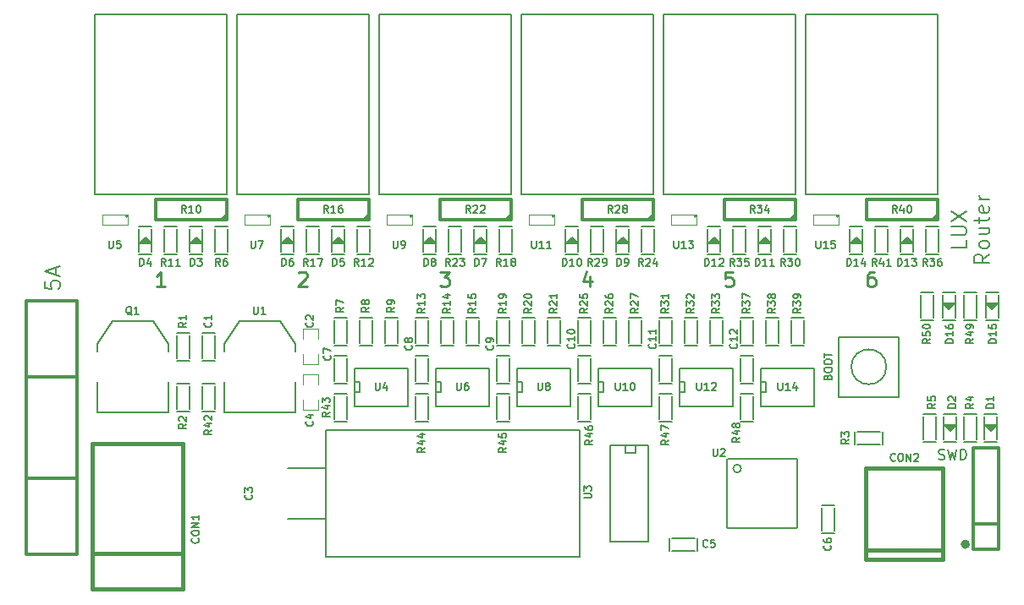
<source format=gto>
G04 (created by PCBNEW (25-Oct-2014 BZR 4029)-stable) date Wed 10 Jun 2015 01:49:49 AM EDT*
%MOIN*%
G04 Gerber Fmt 3.4, Leading zero omitted, Abs format*
%FSLAX34Y34*%
G01*
G70*
G90*
G04 APERTURE LIST*
%ADD10C,0.00590551*%
%ADD11C,0.015*%
%ADD12C,0.005*%
%ADD13C,0.009*%
%ADD14C,0.008*%
%ADD15C,0.012*%
%ADD16C,0.0031*%
%ADD17C,0.0039*%
%ADD18C,0.00511811*%
G04 APERTURE END LIST*
G54D10*
G54D11*
X47500Y-29000D02*
G75*
G03X47500Y-29000I-100J0D01*
G74*
G01*
G54D12*
X46357Y-25642D02*
X46414Y-25661D01*
X46509Y-25661D01*
X46547Y-25642D01*
X46566Y-25623D01*
X46585Y-25585D01*
X46585Y-25547D01*
X46566Y-25509D01*
X46547Y-25490D01*
X46509Y-25471D01*
X46433Y-25452D01*
X46395Y-25433D01*
X46376Y-25414D01*
X46357Y-25376D01*
X46357Y-25338D01*
X46376Y-25300D01*
X46395Y-25280D01*
X46433Y-25261D01*
X46528Y-25261D01*
X46585Y-25280D01*
X46719Y-25261D02*
X46814Y-25661D01*
X46890Y-25376D01*
X46966Y-25661D01*
X47061Y-25261D01*
X47214Y-25661D02*
X47214Y-25261D01*
X47309Y-25261D01*
X47366Y-25280D01*
X47404Y-25319D01*
X47423Y-25357D01*
X47442Y-25433D01*
X47442Y-25490D01*
X47423Y-25566D01*
X47404Y-25604D01*
X47366Y-25642D01*
X47309Y-25661D01*
X47214Y-25661D01*
G54D13*
X43812Y-18248D02*
X43700Y-18248D01*
X43643Y-18276D01*
X43615Y-18304D01*
X43559Y-18389D01*
X43531Y-18501D01*
X43531Y-18726D01*
X43559Y-18782D01*
X43587Y-18810D01*
X43643Y-18839D01*
X43756Y-18839D01*
X43812Y-18810D01*
X43840Y-18782D01*
X43868Y-18726D01*
X43868Y-18585D01*
X43840Y-18529D01*
X43812Y-18501D01*
X43756Y-18473D01*
X43643Y-18473D01*
X43587Y-18501D01*
X43559Y-18529D01*
X43531Y-18585D01*
X38240Y-18248D02*
X37959Y-18248D01*
X37931Y-18529D01*
X37959Y-18501D01*
X38015Y-18473D01*
X38156Y-18473D01*
X38212Y-18501D01*
X38240Y-18529D01*
X38268Y-18585D01*
X38268Y-18726D01*
X38240Y-18782D01*
X38212Y-18810D01*
X38156Y-18839D01*
X38015Y-18839D01*
X37959Y-18810D01*
X37931Y-18782D01*
X32612Y-18445D02*
X32612Y-18839D01*
X32471Y-18220D02*
X32331Y-18642D01*
X32696Y-18642D01*
X26703Y-18248D02*
X27068Y-18248D01*
X26871Y-18473D01*
X26956Y-18473D01*
X27012Y-18501D01*
X27040Y-18529D01*
X27068Y-18585D01*
X27068Y-18726D01*
X27040Y-18782D01*
X27012Y-18810D01*
X26956Y-18839D01*
X26787Y-18839D01*
X26731Y-18810D01*
X26703Y-18782D01*
X21131Y-18304D02*
X21159Y-18276D01*
X21215Y-18248D01*
X21356Y-18248D01*
X21412Y-18276D01*
X21440Y-18304D01*
X21468Y-18360D01*
X21468Y-18417D01*
X21440Y-18501D01*
X21103Y-18839D01*
X21468Y-18839D01*
X15868Y-18839D02*
X15531Y-18839D01*
X15700Y-18839D02*
X15700Y-18248D01*
X15643Y-18332D01*
X15587Y-18389D01*
X15531Y-18417D01*
G54D14*
X47439Y-17007D02*
X47439Y-17288D01*
X46848Y-17288D01*
X46848Y-16810D02*
X47326Y-16810D01*
X47382Y-16782D01*
X47410Y-16754D01*
X47439Y-16698D01*
X47439Y-16585D01*
X47410Y-16529D01*
X47382Y-16501D01*
X47326Y-16473D01*
X46848Y-16473D01*
X46848Y-16248D02*
X47439Y-15854D01*
X46848Y-15854D02*
X47439Y-16248D01*
X48345Y-17556D02*
X48064Y-17752D01*
X48345Y-17893D02*
X47755Y-17893D01*
X47755Y-17668D01*
X47783Y-17612D01*
X47811Y-17584D01*
X47867Y-17556D01*
X47952Y-17556D01*
X48008Y-17584D01*
X48036Y-17612D01*
X48064Y-17668D01*
X48064Y-17893D01*
X48345Y-17218D02*
X48317Y-17274D01*
X48289Y-17303D01*
X48233Y-17331D01*
X48064Y-17331D01*
X48008Y-17303D01*
X47980Y-17274D01*
X47952Y-17218D01*
X47952Y-17134D01*
X47980Y-17078D01*
X48008Y-17049D01*
X48064Y-17021D01*
X48233Y-17021D01*
X48289Y-17049D01*
X48317Y-17078D01*
X48345Y-17134D01*
X48345Y-17218D01*
X47952Y-16515D02*
X48345Y-16515D01*
X47952Y-16768D02*
X48261Y-16768D01*
X48317Y-16740D01*
X48345Y-16684D01*
X48345Y-16600D01*
X48317Y-16543D01*
X48289Y-16515D01*
X47952Y-16318D02*
X47952Y-16093D01*
X47755Y-16234D02*
X48261Y-16234D01*
X48317Y-16206D01*
X48345Y-16150D01*
X48345Y-16093D01*
X48317Y-15671D02*
X48345Y-15728D01*
X48345Y-15840D01*
X48317Y-15896D01*
X48261Y-15925D01*
X48036Y-15925D01*
X47980Y-15896D01*
X47952Y-15840D01*
X47952Y-15728D01*
X47980Y-15671D01*
X48036Y-15643D01*
X48092Y-15643D01*
X48148Y-15925D01*
X48345Y-15390D02*
X47952Y-15390D01*
X48064Y-15390D02*
X48008Y-15362D01*
X47980Y-15334D01*
X47952Y-15278D01*
X47952Y-15222D01*
G54D10*
X18298Y-15200D02*
X13101Y-15200D01*
X13101Y-15200D02*
X13101Y-8109D01*
X13101Y-8109D02*
X18298Y-8109D01*
X18298Y-8109D02*
X18298Y-15200D01*
X22200Y-28000D02*
X20700Y-28000D01*
X22200Y-26000D02*
X20700Y-26000D01*
X22200Y-24500D02*
X32200Y-24500D01*
X32200Y-24500D02*
X32200Y-29500D01*
X32200Y-29500D02*
X22200Y-29500D01*
X22200Y-29500D02*
X22200Y-24500D01*
G54D12*
X36150Y-23500D02*
X36150Y-23550D01*
X36150Y-23550D02*
X38250Y-23550D01*
X38250Y-22050D02*
X36150Y-22050D01*
X36150Y-22050D02*
X36150Y-23500D01*
X36150Y-22600D02*
X36350Y-22600D01*
X36350Y-22600D02*
X36350Y-23000D01*
X36350Y-23000D02*
X36150Y-23000D01*
X38250Y-22050D02*
X38250Y-23550D01*
G54D11*
X43484Y-29217D02*
X46516Y-29217D01*
X43484Y-29611D02*
X46516Y-29611D01*
X46516Y-29611D02*
X46516Y-25989D01*
X46516Y-25989D02*
X43484Y-25989D01*
X43484Y-25989D02*
X43484Y-29611D01*
G54D15*
X10400Y-29400D02*
X10400Y-19400D01*
X10400Y-19400D02*
X12400Y-19400D01*
X12400Y-19400D02*
X12400Y-29400D01*
X12400Y-29400D02*
X10400Y-29400D01*
X10400Y-26400D02*
X12400Y-26400D01*
X10400Y-22400D02*
X12400Y-22400D01*
G54D10*
X48478Y-24439D02*
X48360Y-24439D01*
X48360Y-24439D02*
X48478Y-24400D01*
X48478Y-24400D02*
X48321Y-24400D01*
X48557Y-24321D02*
X48242Y-24321D01*
X48557Y-24360D02*
X48281Y-24360D01*
X48636Y-24281D02*
X48163Y-24281D01*
X48163Y-24281D02*
X48400Y-24518D01*
X48400Y-24518D02*
X48636Y-24281D01*
G54D12*
X48650Y-23950D02*
X48650Y-24850D01*
X48650Y-24948D02*
X48150Y-24948D01*
X48150Y-24850D02*
X48150Y-23950D01*
X48150Y-23851D02*
X48650Y-23851D01*
G54D10*
X46878Y-24439D02*
X46760Y-24439D01*
X46760Y-24439D02*
X46878Y-24400D01*
X46878Y-24400D02*
X46721Y-24400D01*
X46957Y-24321D02*
X46642Y-24321D01*
X46957Y-24360D02*
X46681Y-24360D01*
X47036Y-24281D02*
X46563Y-24281D01*
X46563Y-24281D02*
X46800Y-24518D01*
X46800Y-24518D02*
X47036Y-24281D01*
G54D12*
X47050Y-23950D02*
X47050Y-24850D01*
X47050Y-24948D02*
X46550Y-24948D01*
X46550Y-24850D02*
X46550Y-23950D01*
X46550Y-23851D02*
X47050Y-23851D01*
X47350Y-24850D02*
X47350Y-23950D01*
X47350Y-23851D02*
X47850Y-23851D01*
X47850Y-23950D02*
X47850Y-24850D01*
X47850Y-24948D02*
X47350Y-24948D01*
X46250Y-23950D02*
X46250Y-24850D01*
X46250Y-24948D02*
X45750Y-24948D01*
X45750Y-24850D02*
X45750Y-23950D01*
X45750Y-23851D02*
X46250Y-23851D01*
G54D16*
X14425Y-16062D02*
G75*
G03X14425Y-16062I-62J0D01*
G74*
G01*
X13400Y-16400D02*
X13400Y-16000D01*
X14425Y-16400D02*
X14425Y-16000D01*
X13400Y-16000D02*
X14425Y-16000D01*
X14425Y-16400D02*
X13400Y-16400D01*
G54D14*
X13200Y-22600D02*
X13200Y-23800D01*
X13200Y-23800D02*
X16000Y-23800D01*
X16000Y-23800D02*
X16000Y-22600D01*
X13200Y-21400D02*
X13200Y-21100D01*
X13200Y-21100D02*
X13800Y-20200D01*
X13800Y-20200D02*
X15400Y-20200D01*
X15400Y-20200D02*
X16000Y-21100D01*
X16000Y-21100D02*
X16000Y-21400D01*
G54D12*
X17350Y-21650D02*
X17350Y-20750D01*
X17350Y-20651D02*
X17850Y-20651D01*
X17850Y-20750D02*
X17850Y-21650D01*
X17850Y-21748D02*
X17350Y-21748D01*
G54D17*
X21300Y-20901D02*
X21300Y-20501D01*
X21300Y-20501D02*
X21900Y-20501D01*
X21900Y-20501D02*
X21900Y-20901D01*
X21900Y-21498D02*
X21900Y-21898D01*
X21900Y-21898D02*
X21300Y-21898D01*
X21300Y-21898D02*
X21300Y-21498D01*
X21900Y-23298D02*
X21900Y-23698D01*
X21900Y-23698D02*
X21300Y-23698D01*
X21300Y-23698D02*
X21300Y-23298D01*
X21300Y-22701D02*
X21300Y-22301D01*
X21300Y-22301D02*
X21900Y-22301D01*
X21900Y-22301D02*
X21900Y-22701D01*
G54D12*
X35850Y-28750D02*
X36750Y-28750D01*
X36848Y-28750D02*
X36848Y-29250D01*
X36750Y-29250D02*
X35850Y-29250D01*
X35751Y-29250D02*
X35751Y-28750D01*
X42250Y-27550D02*
X42250Y-28450D01*
X42250Y-28548D02*
X41750Y-28548D01*
X41750Y-28450D02*
X41750Y-27550D01*
X41750Y-27451D02*
X42250Y-27451D01*
G54D11*
X13028Y-29375D02*
X16572Y-29375D01*
X13028Y-30753D02*
X16572Y-30753D01*
X16572Y-30753D02*
X16572Y-25044D01*
X16572Y-25044D02*
X13028Y-25044D01*
X13028Y-25044D02*
X13028Y-30753D01*
G54D10*
X17021Y-16960D02*
X17139Y-16960D01*
X17139Y-16960D02*
X17021Y-17000D01*
X17021Y-17000D02*
X17178Y-17000D01*
X16942Y-17078D02*
X17257Y-17078D01*
X16942Y-17039D02*
X17218Y-17039D01*
X16863Y-17118D02*
X17336Y-17118D01*
X17336Y-17118D02*
X17100Y-16881D01*
X17100Y-16881D02*
X16863Y-17118D01*
G54D12*
X16850Y-17450D02*
X16850Y-16550D01*
X16850Y-16451D02*
X17350Y-16451D01*
X17350Y-16550D02*
X17350Y-17450D01*
X17350Y-17548D02*
X16850Y-17548D01*
G54D10*
X15021Y-16960D02*
X15139Y-16960D01*
X15139Y-16960D02*
X15021Y-17000D01*
X15021Y-17000D02*
X15178Y-17000D01*
X14942Y-17078D02*
X15257Y-17078D01*
X14942Y-17039D02*
X15218Y-17039D01*
X14863Y-17118D02*
X15336Y-17118D01*
X15336Y-17118D02*
X15100Y-16881D01*
X15100Y-16881D02*
X14863Y-17118D01*
G54D12*
X14850Y-17450D02*
X14850Y-16550D01*
X14850Y-16451D02*
X15350Y-16451D01*
X15350Y-16550D02*
X15350Y-17450D01*
X15350Y-17548D02*
X14850Y-17548D01*
G54D10*
X22621Y-16960D02*
X22739Y-16960D01*
X22739Y-16960D02*
X22621Y-17000D01*
X22621Y-17000D02*
X22778Y-17000D01*
X22542Y-17078D02*
X22857Y-17078D01*
X22542Y-17039D02*
X22818Y-17039D01*
X22463Y-17118D02*
X22936Y-17118D01*
X22936Y-17118D02*
X22700Y-16881D01*
X22700Y-16881D02*
X22463Y-17118D01*
G54D12*
X22450Y-17450D02*
X22450Y-16550D01*
X22450Y-16451D02*
X22950Y-16451D01*
X22950Y-16550D02*
X22950Y-17450D01*
X22950Y-17548D02*
X22450Y-17548D01*
G54D10*
X20621Y-16960D02*
X20739Y-16960D01*
X20739Y-16960D02*
X20621Y-17000D01*
X20621Y-17000D02*
X20778Y-17000D01*
X20542Y-17078D02*
X20857Y-17078D01*
X20542Y-17039D02*
X20818Y-17039D01*
X20463Y-17118D02*
X20936Y-17118D01*
X20936Y-17118D02*
X20700Y-16881D01*
X20700Y-16881D02*
X20463Y-17118D01*
G54D12*
X20450Y-17450D02*
X20450Y-16550D01*
X20450Y-16451D02*
X20950Y-16451D01*
X20950Y-16550D02*
X20950Y-17450D01*
X20950Y-17548D02*
X20450Y-17548D01*
G54D10*
X28221Y-16960D02*
X28339Y-16960D01*
X28339Y-16960D02*
X28221Y-17000D01*
X28221Y-17000D02*
X28378Y-17000D01*
X28142Y-17078D02*
X28457Y-17078D01*
X28142Y-17039D02*
X28418Y-17039D01*
X28063Y-17118D02*
X28536Y-17118D01*
X28536Y-17118D02*
X28300Y-16881D01*
X28300Y-16881D02*
X28063Y-17118D01*
G54D12*
X28050Y-17450D02*
X28050Y-16550D01*
X28050Y-16451D02*
X28550Y-16451D01*
X28550Y-16550D02*
X28550Y-17450D01*
X28550Y-17548D02*
X28050Y-17548D01*
G54D10*
X26221Y-16960D02*
X26339Y-16960D01*
X26339Y-16960D02*
X26221Y-17000D01*
X26221Y-17000D02*
X26378Y-17000D01*
X26142Y-17078D02*
X26457Y-17078D01*
X26142Y-17039D02*
X26418Y-17039D01*
X26063Y-17118D02*
X26536Y-17118D01*
X26536Y-17118D02*
X26300Y-16881D01*
X26300Y-16881D02*
X26063Y-17118D01*
G54D12*
X26050Y-17450D02*
X26050Y-16550D01*
X26050Y-16451D02*
X26550Y-16451D01*
X26550Y-16550D02*
X26550Y-17450D01*
X26550Y-17548D02*
X26050Y-17548D01*
G54D10*
X33821Y-16960D02*
X33939Y-16960D01*
X33939Y-16960D02*
X33821Y-17000D01*
X33821Y-17000D02*
X33978Y-17000D01*
X33742Y-17078D02*
X34057Y-17078D01*
X33742Y-17039D02*
X34018Y-17039D01*
X33663Y-17118D02*
X34136Y-17118D01*
X34136Y-17118D02*
X33900Y-16881D01*
X33900Y-16881D02*
X33663Y-17118D01*
G54D12*
X33650Y-17450D02*
X33650Y-16550D01*
X33650Y-16451D02*
X34150Y-16451D01*
X34150Y-16550D02*
X34150Y-17450D01*
X34150Y-17548D02*
X33650Y-17548D01*
G54D10*
X31821Y-16960D02*
X31939Y-16960D01*
X31939Y-16960D02*
X31821Y-17000D01*
X31821Y-17000D02*
X31978Y-17000D01*
X31742Y-17078D02*
X32057Y-17078D01*
X31742Y-17039D02*
X32018Y-17039D01*
X31663Y-17118D02*
X32136Y-17118D01*
X32136Y-17118D02*
X31900Y-16881D01*
X31900Y-16881D02*
X31663Y-17118D01*
G54D12*
X31650Y-17450D02*
X31650Y-16550D01*
X31650Y-16451D02*
X32150Y-16451D01*
X32150Y-16550D02*
X32150Y-17450D01*
X32150Y-17548D02*
X31650Y-17548D01*
G54D10*
X39421Y-16960D02*
X39539Y-16960D01*
X39539Y-16960D02*
X39421Y-17000D01*
X39421Y-17000D02*
X39578Y-17000D01*
X39342Y-17078D02*
X39657Y-17078D01*
X39342Y-17039D02*
X39618Y-17039D01*
X39263Y-17118D02*
X39736Y-17118D01*
X39736Y-17118D02*
X39500Y-16881D01*
X39500Y-16881D02*
X39263Y-17118D01*
G54D12*
X39250Y-17450D02*
X39250Y-16550D01*
X39250Y-16451D02*
X39750Y-16451D01*
X39750Y-16550D02*
X39750Y-17450D01*
X39750Y-17548D02*
X39250Y-17548D01*
G54D10*
X37421Y-16960D02*
X37539Y-16960D01*
X37539Y-16960D02*
X37421Y-17000D01*
X37421Y-17000D02*
X37578Y-17000D01*
X37342Y-17078D02*
X37657Y-17078D01*
X37342Y-17039D02*
X37618Y-17039D01*
X37263Y-17118D02*
X37736Y-17118D01*
X37736Y-17118D02*
X37500Y-16881D01*
X37500Y-16881D02*
X37263Y-17118D01*
G54D12*
X37250Y-17450D02*
X37250Y-16550D01*
X37250Y-16451D02*
X37750Y-16451D01*
X37750Y-16550D02*
X37750Y-17450D01*
X37750Y-17548D02*
X37250Y-17548D01*
G54D10*
X45021Y-16960D02*
X45139Y-16960D01*
X45139Y-16960D02*
X45021Y-17000D01*
X45021Y-17000D02*
X45178Y-17000D01*
X44942Y-17078D02*
X45257Y-17078D01*
X44942Y-17039D02*
X45218Y-17039D01*
X44863Y-17118D02*
X45336Y-17118D01*
X45336Y-17118D02*
X45100Y-16881D01*
X45100Y-16881D02*
X44863Y-17118D01*
G54D12*
X44850Y-17450D02*
X44850Y-16550D01*
X44850Y-16451D02*
X45350Y-16451D01*
X45350Y-16550D02*
X45350Y-17450D01*
X45350Y-17548D02*
X44850Y-17548D01*
G54D10*
X43021Y-16960D02*
X43139Y-16960D01*
X43139Y-16960D02*
X43021Y-17000D01*
X43021Y-17000D02*
X43178Y-17000D01*
X42942Y-17078D02*
X43257Y-17078D01*
X42942Y-17039D02*
X43218Y-17039D01*
X42863Y-17118D02*
X43336Y-17118D01*
X43336Y-17118D02*
X43100Y-16881D01*
X43100Y-16881D02*
X42863Y-17118D01*
G54D12*
X42850Y-17450D02*
X42850Y-16550D01*
X42850Y-16451D02*
X43350Y-16451D01*
X43350Y-16550D02*
X43350Y-17450D01*
X43350Y-17548D02*
X42850Y-17548D01*
G54D10*
X23898Y-15200D02*
X18701Y-15200D01*
X18701Y-15200D02*
X18701Y-8109D01*
X18701Y-8109D02*
X23898Y-8109D01*
X23898Y-8109D02*
X23898Y-15200D01*
X29498Y-15200D02*
X24301Y-15200D01*
X24301Y-15200D02*
X24301Y-8109D01*
X24301Y-8109D02*
X29498Y-8109D01*
X29498Y-8109D02*
X29498Y-15200D01*
X35098Y-15200D02*
X29901Y-15200D01*
X29901Y-15200D02*
X29901Y-8109D01*
X29901Y-8109D02*
X35098Y-8109D01*
X35098Y-8109D02*
X35098Y-15200D01*
X40698Y-15200D02*
X35501Y-15200D01*
X35501Y-15200D02*
X35501Y-8109D01*
X35501Y-8109D02*
X40698Y-8109D01*
X40698Y-8109D02*
X40698Y-15200D01*
X46298Y-15200D02*
X41101Y-15200D01*
X41101Y-15200D02*
X41101Y-8109D01*
X41101Y-8109D02*
X46298Y-8109D01*
X46298Y-8109D02*
X46298Y-15200D01*
G54D12*
X16350Y-21650D02*
X16350Y-20750D01*
X16350Y-20651D02*
X16850Y-20651D01*
X16850Y-20750D02*
X16850Y-21650D01*
X16850Y-21748D02*
X16350Y-21748D01*
X16350Y-23650D02*
X16350Y-22750D01*
X16350Y-22651D02*
X16850Y-22651D01*
X16850Y-22750D02*
X16850Y-23650D01*
X16850Y-23748D02*
X16350Y-23748D01*
X44050Y-25050D02*
X43150Y-25050D01*
X43051Y-25050D02*
X43051Y-24550D01*
X43150Y-24550D02*
X44050Y-24550D01*
X44148Y-24550D02*
X44148Y-25050D01*
X17850Y-17450D02*
X17850Y-16550D01*
X17850Y-16451D02*
X18350Y-16451D01*
X18350Y-16550D02*
X18350Y-17450D01*
X18350Y-17548D02*
X17850Y-17548D01*
X23050Y-20150D02*
X23050Y-21050D01*
X23050Y-21148D02*
X22550Y-21148D01*
X22550Y-21050D02*
X22550Y-20150D01*
X22550Y-20051D02*
X23050Y-20051D01*
X23550Y-21050D02*
X23550Y-20150D01*
X23550Y-20051D02*
X24050Y-20051D01*
X24050Y-20150D02*
X24050Y-21050D01*
X24050Y-21148D02*
X23550Y-21148D01*
X25050Y-20150D02*
X25050Y-21050D01*
X25050Y-21148D02*
X24550Y-21148D01*
X24550Y-21050D02*
X24550Y-20150D01*
X24550Y-20051D02*
X25050Y-20051D01*
G54D15*
X18300Y-16200D02*
X15500Y-16200D01*
X15500Y-16200D02*
X15500Y-15400D01*
X15500Y-15400D02*
X18300Y-15400D01*
X18300Y-15400D02*
X18300Y-16200D01*
X18300Y-16000D02*
X18100Y-16200D01*
G54D12*
X16350Y-16550D02*
X16350Y-17450D01*
X16350Y-17548D02*
X15850Y-17548D01*
X15850Y-17450D02*
X15850Y-16550D01*
X15850Y-16451D02*
X16350Y-16451D01*
X23450Y-17450D02*
X23450Y-16550D01*
X23450Y-16451D02*
X23950Y-16451D01*
X23950Y-16550D02*
X23950Y-17450D01*
X23950Y-17548D02*
X23450Y-17548D01*
X26250Y-20150D02*
X26250Y-21050D01*
X26250Y-21148D02*
X25750Y-21148D01*
X25750Y-21050D02*
X25750Y-20150D01*
X25750Y-20051D02*
X26250Y-20051D01*
X26750Y-21050D02*
X26750Y-20150D01*
X26750Y-20051D02*
X27250Y-20051D01*
X27250Y-20150D02*
X27250Y-21050D01*
X27250Y-21148D02*
X26750Y-21148D01*
X28250Y-20150D02*
X28250Y-21050D01*
X28250Y-21148D02*
X27750Y-21148D01*
X27750Y-21050D02*
X27750Y-20150D01*
X27750Y-20051D02*
X28250Y-20051D01*
G54D15*
X23900Y-16200D02*
X21100Y-16200D01*
X21100Y-16200D02*
X21100Y-15400D01*
X21100Y-15400D02*
X23900Y-15400D01*
X23900Y-15400D02*
X23900Y-16200D01*
X23900Y-16000D02*
X23700Y-16200D01*
G54D12*
X21950Y-16550D02*
X21950Y-17450D01*
X21950Y-17548D02*
X21450Y-17548D01*
X21450Y-17450D02*
X21450Y-16550D01*
X21450Y-16451D02*
X21950Y-16451D01*
X29050Y-17450D02*
X29050Y-16550D01*
X29050Y-16451D02*
X29550Y-16451D01*
X29550Y-16550D02*
X29550Y-17450D01*
X29550Y-17548D02*
X29050Y-17548D01*
X29450Y-20150D02*
X29450Y-21050D01*
X29450Y-21148D02*
X28950Y-21148D01*
X28950Y-21050D02*
X28950Y-20150D01*
X28950Y-20051D02*
X29450Y-20051D01*
X29950Y-21050D02*
X29950Y-20150D01*
X29950Y-20051D02*
X30450Y-20051D01*
X30450Y-20150D02*
X30450Y-21050D01*
X30450Y-21148D02*
X29950Y-21148D01*
X31450Y-20150D02*
X31450Y-21050D01*
X31450Y-21148D02*
X30950Y-21148D01*
X30950Y-21050D02*
X30950Y-20150D01*
X30950Y-20051D02*
X31450Y-20051D01*
G54D15*
X29500Y-16200D02*
X26700Y-16200D01*
X26700Y-16200D02*
X26700Y-15400D01*
X26700Y-15400D02*
X29500Y-15400D01*
X29500Y-15400D02*
X29500Y-16200D01*
X29500Y-16000D02*
X29300Y-16200D01*
G54D12*
X27550Y-16550D02*
X27550Y-17450D01*
X27550Y-17548D02*
X27050Y-17548D01*
X27050Y-17450D02*
X27050Y-16550D01*
X27050Y-16451D02*
X27550Y-16451D01*
X34650Y-17450D02*
X34650Y-16550D01*
X34650Y-16451D02*
X35150Y-16451D01*
X35150Y-16550D02*
X35150Y-17450D01*
X35150Y-17548D02*
X34650Y-17548D01*
X32650Y-20150D02*
X32650Y-21050D01*
X32650Y-21148D02*
X32150Y-21148D01*
X32150Y-21050D02*
X32150Y-20150D01*
X32150Y-20051D02*
X32650Y-20051D01*
X33150Y-21050D02*
X33150Y-20150D01*
X33150Y-20051D02*
X33650Y-20051D01*
X33650Y-20150D02*
X33650Y-21050D01*
X33650Y-21148D02*
X33150Y-21148D01*
X34650Y-20150D02*
X34650Y-21050D01*
X34650Y-21148D02*
X34150Y-21148D01*
X34150Y-21050D02*
X34150Y-20150D01*
X34150Y-20051D02*
X34650Y-20051D01*
G54D15*
X35100Y-16200D02*
X32300Y-16200D01*
X32300Y-16200D02*
X32300Y-15400D01*
X32300Y-15400D02*
X35100Y-15400D01*
X35100Y-15400D02*
X35100Y-16200D01*
X35100Y-16000D02*
X34900Y-16200D01*
G54D12*
X33150Y-16550D02*
X33150Y-17450D01*
X33150Y-17548D02*
X32650Y-17548D01*
X32650Y-17450D02*
X32650Y-16550D01*
X32650Y-16451D02*
X33150Y-16451D01*
X40250Y-17450D02*
X40250Y-16550D01*
X40250Y-16451D02*
X40750Y-16451D01*
X40750Y-16550D02*
X40750Y-17450D01*
X40750Y-17548D02*
X40250Y-17548D01*
X35850Y-20150D02*
X35850Y-21050D01*
X35850Y-21148D02*
X35350Y-21148D01*
X35350Y-21050D02*
X35350Y-20150D01*
X35350Y-20051D02*
X35850Y-20051D01*
X36350Y-21050D02*
X36350Y-20150D01*
X36350Y-20051D02*
X36850Y-20051D01*
X36850Y-20150D02*
X36850Y-21050D01*
X36850Y-21148D02*
X36350Y-21148D01*
X37850Y-20150D02*
X37850Y-21050D01*
X37850Y-21148D02*
X37350Y-21148D01*
X37350Y-21050D02*
X37350Y-20150D01*
X37350Y-20051D02*
X37850Y-20051D01*
G54D15*
X40700Y-16200D02*
X37900Y-16200D01*
X37900Y-16200D02*
X37900Y-15400D01*
X37900Y-15400D02*
X40700Y-15400D01*
X40700Y-15400D02*
X40700Y-16200D01*
X40700Y-16000D02*
X40500Y-16200D01*
G54D12*
X38750Y-16550D02*
X38750Y-17450D01*
X38750Y-17548D02*
X38250Y-17548D01*
X38250Y-17450D02*
X38250Y-16550D01*
X38250Y-16451D02*
X38750Y-16451D01*
X45850Y-17450D02*
X45850Y-16550D01*
X45850Y-16451D02*
X46350Y-16451D01*
X46350Y-16550D02*
X46350Y-17450D01*
X46350Y-17548D02*
X45850Y-17548D01*
X39050Y-20150D02*
X39050Y-21050D01*
X39050Y-21148D02*
X38550Y-21148D01*
X38550Y-21050D02*
X38550Y-20150D01*
X38550Y-20051D02*
X39050Y-20051D01*
X39550Y-21050D02*
X39550Y-20150D01*
X39550Y-20051D02*
X40050Y-20051D01*
X40050Y-20150D02*
X40050Y-21050D01*
X40050Y-21148D02*
X39550Y-21148D01*
X41050Y-20150D02*
X41050Y-21050D01*
X41050Y-21148D02*
X40550Y-21148D01*
X40550Y-21050D02*
X40550Y-20150D01*
X40550Y-20051D02*
X41050Y-20051D01*
G54D15*
X46300Y-16200D02*
X43500Y-16200D01*
X43500Y-16200D02*
X43500Y-15400D01*
X43500Y-15400D02*
X46300Y-15400D01*
X46300Y-15400D02*
X46300Y-16200D01*
X46300Y-16000D02*
X46100Y-16200D01*
G54D12*
X44350Y-16550D02*
X44350Y-17450D01*
X44350Y-17548D02*
X43850Y-17548D01*
X43850Y-17450D02*
X43850Y-16550D01*
X43850Y-16451D02*
X44350Y-16451D01*
X17350Y-23650D02*
X17350Y-22750D01*
X17350Y-22651D02*
X17850Y-22651D01*
X17850Y-22750D02*
X17850Y-23650D01*
X17850Y-23748D02*
X17350Y-23748D01*
X23050Y-23150D02*
X23050Y-24050D01*
X23050Y-24148D02*
X22550Y-24148D01*
X22550Y-24050D02*
X22550Y-23150D01*
X22550Y-23051D02*
X23050Y-23051D01*
X26250Y-23150D02*
X26250Y-24050D01*
X26250Y-24148D02*
X25750Y-24148D01*
X25750Y-24050D02*
X25750Y-23150D01*
X25750Y-23051D02*
X26250Y-23051D01*
X29450Y-23150D02*
X29450Y-24050D01*
X29450Y-24148D02*
X28950Y-24148D01*
X28950Y-24050D02*
X28950Y-23150D01*
X28950Y-23051D02*
X29450Y-23051D01*
X32650Y-23150D02*
X32650Y-24050D01*
X32650Y-24148D02*
X32150Y-24148D01*
X32150Y-24050D02*
X32150Y-23150D01*
X32150Y-23051D02*
X32650Y-23051D01*
X35850Y-23150D02*
X35850Y-24050D01*
X35850Y-24148D02*
X35350Y-24148D01*
X35350Y-24050D02*
X35350Y-23150D01*
X35350Y-23051D02*
X35850Y-23051D01*
X39050Y-23150D02*
X39050Y-24050D01*
X39050Y-24148D02*
X38550Y-24148D01*
X38550Y-24050D02*
X38550Y-23150D01*
X38550Y-23051D02*
X39050Y-23051D01*
G54D10*
X42418Y-20818D02*
X44781Y-20818D01*
X44781Y-20818D02*
X44781Y-23181D01*
X44781Y-23181D02*
X42418Y-23181D01*
X42418Y-23181D02*
X42418Y-20818D01*
X44288Y-22000D02*
G75*
G03X44288Y-22000I-688J0D01*
G74*
G01*
G54D14*
X18200Y-22600D02*
X18200Y-23800D01*
X18200Y-23800D02*
X21000Y-23800D01*
X21000Y-23800D02*
X21000Y-22600D01*
X18200Y-21400D02*
X18200Y-21100D01*
X18200Y-21100D02*
X18800Y-20200D01*
X18800Y-20200D02*
X20400Y-20200D01*
X20400Y-20200D02*
X21000Y-21100D01*
X21000Y-21100D02*
X21000Y-21400D01*
X34900Y-25100D02*
X34900Y-28900D01*
X34900Y-28900D02*
X33400Y-28900D01*
X33400Y-28900D02*
X33400Y-25100D01*
X33400Y-25100D02*
X34900Y-25100D01*
X34400Y-25100D02*
X34400Y-25400D01*
X34400Y-25400D02*
X34000Y-25400D01*
X34000Y-25400D02*
X34000Y-25100D01*
G54D12*
X23350Y-23500D02*
X23350Y-23550D01*
X23350Y-23550D02*
X25450Y-23550D01*
X25450Y-22050D02*
X23350Y-22050D01*
X23350Y-22050D02*
X23350Y-23500D01*
X23350Y-22600D02*
X23550Y-22600D01*
X23550Y-22600D02*
X23550Y-23000D01*
X23550Y-23000D02*
X23350Y-23000D01*
X25450Y-22050D02*
X25450Y-23550D01*
X26550Y-23500D02*
X26550Y-23550D01*
X26550Y-23550D02*
X28650Y-23550D01*
X28650Y-22050D02*
X26550Y-22050D01*
X26550Y-22050D02*
X26550Y-23500D01*
X26550Y-22600D02*
X26750Y-22600D01*
X26750Y-22600D02*
X26750Y-23000D01*
X26750Y-23000D02*
X26550Y-23000D01*
X28650Y-22050D02*
X28650Y-23550D01*
G54D16*
X20025Y-16062D02*
G75*
G03X20025Y-16062I-62J0D01*
G74*
G01*
X19000Y-16400D02*
X19000Y-16000D01*
X20025Y-16400D02*
X20025Y-16000D01*
X19000Y-16000D02*
X20025Y-16000D01*
X20025Y-16400D02*
X19000Y-16400D01*
G54D12*
X29750Y-23500D02*
X29750Y-23550D01*
X29750Y-23550D02*
X31850Y-23550D01*
X31850Y-22050D02*
X29750Y-22050D01*
X29750Y-22050D02*
X29750Y-23500D01*
X29750Y-22600D02*
X29950Y-22600D01*
X29950Y-22600D02*
X29950Y-23000D01*
X29950Y-23000D02*
X29750Y-23000D01*
X31850Y-22050D02*
X31850Y-23550D01*
G54D16*
X25625Y-16062D02*
G75*
G03X25625Y-16062I-62J0D01*
G74*
G01*
X24600Y-16400D02*
X24600Y-16000D01*
X25625Y-16400D02*
X25625Y-16000D01*
X24600Y-16000D02*
X25625Y-16000D01*
X25625Y-16400D02*
X24600Y-16400D01*
G54D12*
X32950Y-23500D02*
X32950Y-23550D01*
X32950Y-23550D02*
X35050Y-23550D01*
X35050Y-22050D02*
X32950Y-22050D01*
X32950Y-22050D02*
X32950Y-23500D01*
X32950Y-22600D02*
X33150Y-22600D01*
X33150Y-22600D02*
X33150Y-23000D01*
X33150Y-23000D02*
X32950Y-23000D01*
X35050Y-22050D02*
X35050Y-23550D01*
G54D16*
X31225Y-16062D02*
G75*
G03X31225Y-16062I-62J0D01*
G74*
G01*
X30200Y-16400D02*
X30200Y-16000D01*
X31225Y-16400D02*
X31225Y-16000D01*
X30200Y-16000D02*
X31225Y-16000D01*
X31225Y-16400D02*
X30200Y-16400D01*
X36825Y-16062D02*
G75*
G03X36825Y-16062I-62J0D01*
G74*
G01*
X35800Y-16400D02*
X35800Y-16000D01*
X36825Y-16400D02*
X36825Y-16000D01*
X35800Y-16000D02*
X36825Y-16000D01*
X36825Y-16400D02*
X35800Y-16400D01*
G54D12*
X39350Y-23500D02*
X39350Y-23550D01*
X39350Y-23550D02*
X41450Y-23550D01*
X41450Y-22050D02*
X39350Y-22050D01*
X39350Y-22050D02*
X39350Y-23500D01*
X39350Y-22600D02*
X39550Y-22600D01*
X39550Y-22600D02*
X39550Y-23000D01*
X39550Y-23000D02*
X39350Y-23000D01*
X41450Y-22050D02*
X41450Y-23550D01*
G54D16*
X42425Y-16062D02*
G75*
G03X42425Y-16062I-62J0D01*
G74*
G01*
X41400Y-16400D02*
X41400Y-16000D01*
X42425Y-16400D02*
X42425Y-16000D01*
X41400Y-16000D02*
X42425Y-16000D01*
X42425Y-16400D02*
X41400Y-16400D01*
G54D14*
X38061Y-28378D02*
X38022Y-28339D01*
X38573Y-26016D02*
G75*
G03X38573Y-26016I-157J0D01*
G74*
G01*
X38022Y-28339D02*
X38022Y-25661D01*
X38022Y-25661D02*
X38061Y-25622D01*
X38061Y-25622D02*
X40739Y-25622D01*
X40739Y-25622D02*
X40778Y-25661D01*
X40778Y-25661D02*
X40778Y-28339D01*
X40778Y-28339D02*
X40739Y-28378D01*
X40739Y-28378D02*
X38061Y-28378D01*
G54D10*
X48528Y-19639D02*
X48410Y-19639D01*
X48410Y-19639D02*
X48528Y-19600D01*
X48528Y-19600D02*
X48371Y-19600D01*
X48607Y-19521D02*
X48292Y-19521D01*
X48607Y-19560D02*
X48331Y-19560D01*
X48686Y-19481D02*
X48213Y-19481D01*
X48213Y-19481D02*
X48450Y-19718D01*
X48450Y-19718D02*
X48686Y-19481D01*
G54D12*
X48700Y-19150D02*
X48700Y-20050D01*
X48700Y-20148D02*
X48200Y-20148D01*
X48200Y-20050D02*
X48200Y-19150D01*
X48200Y-19051D02*
X48700Y-19051D01*
G54D10*
X46828Y-19639D02*
X46710Y-19639D01*
X46710Y-19639D02*
X46828Y-19600D01*
X46828Y-19600D02*
X46671Y-19600D01*
X46907Y-19521D02*
X46592Y-19521D01*
X46907Y-19560D02*
X46631Y-19560D01*
X46986Y-19481D02*
X46513Y-19481D01*
X46513Y-19481D02*
X46750Y-19718D01*
X46750Y-19718D02*
X46986Y-19481D01*
G54D12*
X47000Y-19150D02*
X47000Y-20050D01*
X47000Y-20148D02*
X46500Y-20148D01*
X46500Y-20050D02*
X46500Y-19150D01*
X46500Y-19051D02*
X47000Y-19051D01*
X47850Y-19150D02*
X47850Y-20050D01*
X47850Y-20148D02*
X47350Y-20148D01*
X47350Y-20050D02*
X47350Y-19150D01*
X47350Y-19051D02*
X47850Y-19051D01*
X46150Y-19150D02*
X46150Y-20050D01*
X46150Y-20148D02*
X45650Y-20148D01*
X45650Y-20050D02*
X45650Y-19150D01*
X45650Y-19051D02*
X46150Y-19051D01*
X22550Y-22550D02*
X22550Y-21650D01*
X22550Y-21551D02*
X23050Y-21551D01*
X23050Y-21650D02*
X23050Y-22550D01*
X23050Y-22648D02*
X22550Y-22648D01*
X25750Y-22550D02*
X25750Y-21650D01*
X25750Y-21551D02*
X26250Y-21551D01*
X26250Y-21650D02*
X26250Y-22550D01*
X26250Y-22648D02*
X25750Y-22648D01*
X28950Y-22550D02*
X28950Y-21650D01*
X28950Y-21551D02*
X29450Y-21551D01*
X29450Y-21650D02*
X29450Y-22550D01*
X29450Y-22648D02*
X28950Y-22648D01*
X32150Y-22550D02*
X32150Y-21650D01*
X32150Y-21551D02*
X32650Y-21551D01*
X32650Y-21650D02*
X32650Y-22550D01*
X32650Y-22648D02*
X32150Y-22648D01*
X35350Y-22550D02*
X35350Y-21650D01*
X35350Y-21551D02*
X35850Y-21551D01*
X35850Y-21650D02*
X35850Y-22550D01*
X35850Y-22648D02*
X35350Y-22648D01*
X38550Y-22550D02*
X38550Y-21650D01*
X38550Y-21551D02*
X39050Y-21551D01*
X39050Y-21650D02*
X39050Y-22550D01*
X39050Y-22648D02*
X38550Y-22648D01*
G54D15*
X47700Y-29200D02*
X47700Y-29200D01*
X48700Y-29200D02*
X47700Y-29200D01*
X47700Y-29200D02*
X47700Y-29200D01*
X47700Y-29200D02*
X47700Y-25200D01*
X47700Y-25200D02*
X48700Y-25200D01*
X48700Y-25200D02*
X48700Y-29200D01*
X48700Y-28200D02*
X47700Y-28200D01*
G54D18*
X19292Y-27050D02*
X19307Y-27064D01*
X19321Y-27107D01*
X19321Y-27135D01*
X19307Y-27178D01*
X19278Y-27207D01*
X19250Y-27221D01*
X19192Y-27235D01*
X19150Y-27235D01*
X19092Y-27221D01*
X19064Y-27207D01*
X19035Y-27178D01*
X19021Y-27135D01*
X19021Y-27107D01*
X19035Y-27064D01*
X19050Y-27050D01*
X19021Y-26950D02*
X19021Y-26764D01*
X19135Y-26864D01*
X19135Y-26821D01*
X19150Y-26792D01*
X19164Y-26778D01*
X19192Y-26764D01*
X19264Y-26764D01*
X19292Y-26778D01*
X19307Y-26792D01*
X19321Y-26821D01*
X19321Y-26907D01*
X19307Y-26935D01*
X19292Y-26950D01*
X36828Y-22621D02*
X36828Y-22864D01*
X36842Y-22892D01*
X36857Y-22907D01*
X36885Y-22921D01*
X36942Y-22921D01*
X36971Y-22907D01*
X36985Y-22892D01*
X37000Y-22864D01*
X37000Y-22621D01*
X37300Y-22921D02*
X37128Y-22921D01*
X37214Y-22921D02*
X37214Y-22621D01*
X37185Y-22664D01*
X37157Y-22692D01*
X37128Y-22707D01*
X37414Y-22650D02*
X37428Y-22635D01*
X37457Y-22621D01*
X37528Y-22621D01*
X37557Y-22635D01*
X37571Y-22650D01*
X37585Y-22678D01*
X37585Y-22707D01*
X37571Y-22750D01*
X37400Y-22921D01*
X37585Y-22921D01*
X44635Y-25692D02*
X44621Y-25707D01*
X44578Y-25721D01*
X44550Y-25721D01*
X44507Y-25707D01*
X44478Y-25678D01*
X44464Y-25650D01*
X44450Y-25592D01*
X44450Y-25550D01*
X44464Y-25492D01*
X44478Y-25464D01*
X44507Y-25435D01*
X44550Y-25421D01*
X44578Y-25421D01*
X44621Y-25435D01*
X44635Y-25450D01*
X44821Y-25421D02*
X44878Y-25421D01*
X44907Y-25435D01*
X44935Y-25464D01*
X44950Y-25521D01*
X44950Y-25621D01*
X44935Y-25678D01*
X44907Y-25707D01*
X44878Y-25721D01*
X44821Y-25721D01*
X44792Y-25707D01*
X44764Y-25678D01*
X44750Y-25621D01*
X44750Y-25521D01*
X44764Y-25464D01*
X44792Y-25435D01*
X44821Y-25421D01*
X45078Y-25721D02*
X45078Y-25421D01*
X45250Y-25721D01*
X45250Y-25421D01*
X45378Y-25450D02*
X45392Y-25435D01*
X45421Y-25421D01*
X45492Y-25421D01*
X45521Y-25435D01*
X45535Y-25450D01*
X45550Y-25478D01*
X45550Y-25507D01*
X45535Y-25550D01*
X45364Y-25721D01*
X45550Y-25721D01*
X11142Y-18614D02*
X11142Y-18900D01*
X11428Y-18928D01*
X11400Y-18900D01*
X11371Y-18842D01*
X11371Y-18700D01*
X11400Y-18642D01*
X11428Y-18614D01*
X11485Y-18585D01*
X11628Y-18585D01*
X11685Y-18614D01*
X11714Y-18642D01*
X11742Y-18700D01*
X11742Y-18842D01*
X11714Y-18900D01*
X11685Y-18928D01*
X11571Y-18357D02*
X11571Y-18071D01*
X11742Y-18414D02*
X11142Y-18214D01*
X11742Y-18014D01*
X48521Y-23621D02*
X48221Y-23621D01*
X48221Y-23550D01*
X48235Y-23507D01*
X48264Y-23478D01*
X48292Y-23464D01*
X48350Y-23450D01*
X48392Y-23450D01*
X48450Y-23464D01*
X48478Y-23478D01*
X48507Y-23507D01*
X48521Y-23550D01*
X48521Y-23621D01*
X48521Y-23164D02*
X48521Y-23335D01*
X48521Y-23250D02*
X48221Y-23250D01*
X48264Y-23278D01*
X48292Y-23307D01*
X48307Y-23335D01*
X47021Y-23621D02*
X46721Y-23621D01*
X46721Y-23550D01*
X46735Y-23507D01*
X46764Y-23478D01*
X46792Y-23464D01*
X46850Y-23450D01*
X46892Y-23450D01*
X46950Y-23464D01*
X46978Y-23478D01*
X47007Y-23507D01*
X47021Y-23550D01*
X47021Y-23621D01*
X46750Y-23335D02*
X46735Y-23321D01*
X46721Y-23292D01*
X46721Y-23221D01*
X46735Y-23192D01*
X46750Y-23178D01*
X46778Y-23164D01*
X46807Y-23164D01*
X46850Y-23178D01*
X47021Y-23350D01*
X47021Y-23164D01*
X47721Y-23450D02*
X47578Y-23550D01*
X47721Y-23621D02*
X47421Y-23621D01*
X47421Y-23507D01*
X47435Y-23478D01*
X47450Y-23464D01*
X47478Y-23450D01*
X47521Y-23450D01*
X47550Y-23464D01*
X47564Y-23478D01*
X47578Y-23507D01*
X47578Y-23621D01*
X47521Y-23192D02*
X47721Y-23192D01*
X47407Y-23264D02*
X47621Y-23335D01*
X47621Y-23150D01*
X46221Y-23450D02*
X46078Y-23550D01*
X46221Y-23621D02*
X45921Y-23621D01*
X45921Y-23507D01*
X45935Y-23478D01*
X45950Y-23464D01*
X45978Y-23450D01*
X46021Y-23450D01*
X46050Y-23464D01*
X46064Y-23478D01*
X46078Y-23507D01*
X46078Y-23621D01*
X45921Y-23178D02*
X45921Y-23321D01*
X46064Y-23335D01*
X46050Y-23321D01*
X46035Y-23292D01*
X46035Y-23221D01*
X46050Y-23192D01*
X46064Y-23178D01*
X46092Y-23164D01*
X46164Y-23164D01*
X46192Y-23178D01*
X46207Y-23192D01*
X46221Y-23221D01*
X46221Y-23292D01*
X46207Y-23321D01*
X46192Y-23335D01*
X13671Y-17021D02*
X13671Y-17264D01*
X13685Y-17292D01*
X13700Y-17307D01*
X13728Y-17321D01*
X13785Y-17321D01*
X13814Y-17307D01*
X13828Y-17292D01*
X13842Y-17264D01*
X13842Y-17021D01*
X14128Y-17021D02*
X13985Y-17021D01*
X13971Y-17164D01*
X13985Y-17150D01*
X14014Y-17135D01*
X14085Y-17135D01*
X14114Y-17150D01*
X14128Y-17164D01*
X14142Y-17192D01*
X14142Y-17264D01*
X14128Y-17292D01*
X14114Y-17307D01*
X14085Y-17321D01*
X14014Y-17321D01*
X13985Y-17307D01*
X13971Y-17292D01*
X14571Y-19950D02*
X14542Y-19935D01*
X14514Y-19907D01*
X14471Y-19864D01*
X14442Y-19850D01*
X14414Y-19850D01*
X14428Y-19921D02*
X14400Y-19907D01*
X14371Y-19878D01*
X14357Y-19821D01*
X14357Y-19721D01*
X14371Y-19664D01*
X14400Y-19635D01*
X14428Y-19621D01*
X14485Y-19621D01*
X14514Y-19635D01*
X14542Y-19664D01*
X14557Y-19721D01*
X14557Y-19821D01*
X14542Y-19878D01*
X14514Y-19907D01*
X14485Y-19921D01*
X14428Y-19921D01*
X14842Y-19921D02*
X14671Y-19921D01*
X14757Y-19921D02*
X14757Y-19621D01*
X14728Y-19664D01*
X14700Y-19692D01*
X14671Y-19707D01*
X17692Y-20250D02*
X17707Y-20264D01*
X17721Y-20307D01*
X17721Y-20335D01*
X17707Y-20378D01*
X17678Y-20407D01*
X17650Y-20421D01*
X17592Y-20435D01*
X17550Y-20435D01*
X17492Y-20421D01*
X17464Y-20407D01*
X17435Y-20378D01*
X17421Y-20335D01*
X17421Y-20307D01*
X17435Y-20264D01*
X17450Y-20250D01*
X17721Y-19964D02*
X17721Y-20135D01*
X17721Y-20050D02*
X17421Y-20050D01*
X17464Y-20078D01*
X17492Y-20107D01*
X17507Y-20135D01*
X21692Y-20250D02*
X21707Y-20264D01*
X21721Y-20307D01*
X21721Y-20335D01*
X21707Y-20378D01*
X21678Y-20407D01*
X21650Y-20421D01*
X21592Y-20435D01*
X21550Y-20435D01*
X21492Y-20421D01*
X21464Y-20407D01*
X21435Y-20378D01*
X21421Y-20335D01*
X21421Y-20307D01*
X21435Y-20264D01*
X21450Y-20250D01*
X21450Y-20135D02*
X21435Y-20121D01*
X21421Y-20092D01*
X21421Y-20021D01*
X21435Y-19992D01*
X21450Y-19978D01*
X21478Y-19964D01*
X21507Y-19964D01*
X21550Y-19978D01*
X21721Y-20150D01*
X21721Y-19964D01*
X21692Y-24150D02*
X21707Y-24164D01*
X21721Y-24207D01*
X21721Y-24235D01*
X21707Y-24278D01*
X21678Y-24307D01*
X21650Y-24321D01*
X21592Y-24335D01*
X21550Y-24335D01*
X21492Y-24321D01*
X21464Y-24307D01*
X21435Y-24278D01*
X21421Y-24235D01*
X21421Y-24207D01*
X21435Y-24164D01*
X21450Y-24150D01*
X21521Y-23892D02*
X21721Y-23892D01*
X21407Y-23964D02*
X21621Y-24035D01*
X21621Y-23850D01*
X37250Y-29092D02*
X37235Y-29107D01*
X37192Y-29121D01*
X37164Y-29121D01*
X37121Y-29107D01*
X37092Y-29078D01*
X37078Y-29050D01*
X37064Y-28992D01*
X37064Y-28950D01*
X37078Y-28892D01*
X37092Y-28864D01*
X37121Y-28835D01*
X37164Y-28821D01*
X37192Y-28821D01*
X37235Y-28835D01*
X37250Y-28850D01*
X37521Y-28821D02*
X37378Y-28821D01*
X37364Y-28964D01*
X37378Y-28950D01*
X37407Y-28935D01*
X37478Y-28935D01*
X37507Y-28950D01*
X37521Y-28964D01*
X37535Y-28992D01*
X37535Y-29064D01*
X37521Y-29092D01*
X37507Y-29107D01*
X37478Y-29121D01*
X37407Y-29121D01*
X37378Y-29107D01*
X37364Y-29092D01*
X42092Y-29050D02*
X42107Y-29064D01*
X42121Y-29107D01*
X42121Y-29135D01*
X42107Y-29178D01*
X42078Y-29207D01*
X42050Y-29221D01*
X41992Y-29235D01*
X41950Y-29235D01*
X41892Y-29221D01*
X41864Y-29207D01*
X41835Y-29178D01*
X41821Y-29135D01*
X41821Y-29107D01*
X41835Y-29064D01*
X41850Y-29050D01*
X41821Y-28792D02*
X41821Y-28850D01*
X41835Y-28878D01*
X41850Y-28892D01*
X41892Y-28921D01*
X41950Y-28935D01*
X42064Y-28935D01*
X42092Y-28921D01*
X42107Y-28907D01*
X42121Y-28878D01*
X42121Y-28821D01*
X42107Y-28792D01*
X42092Y-28778D01*
X42064Y-28764D01*
X41992Y-28764D01*
X41964Y-28778D01*
X41950Y-28792D01*
X41935Y-28821D01*
X41935Y-28878D01*
X41950Y-28907D01*
X41964Y-28921D01*
X41992Y-28935D01*
X17192Y-28764D02*
X17207Y-28778D01*
X17221Y-28821D01*
X17221Y-28850D01*
X17207Y-28892D01*
X17178Y-28921D01*
X17150Y-28935D01*
X17092Y-28950D01*
X17050Y-28950D01*
X16992Y-28935D01*
X16964Y-28921D01*
X16935Y-28892D01*
X16921Y-28850D01*
X16921Y-28821D01*
X16935Y-28778D01*
X16950Y-28764D01*
X16921Y-28578D02*
X16921Y-28521D01*
X16935Y-28492D01*
X16964Y-28464D01*
X17021Y-28450D01*
X17121Y-28450D01*
X17178Y-28464D01*
X17207Y-28492D01*
X17221Y-28521D01*
X17221Y-28578D01*
X17207Y-28607D01*
X17178Y-28635D01*
X17121Y-28650D01*
X17021Y-28650D01*
X16964Y-28635D01*
X16935Y-28607D01*
X16921Y-28578D01*
X17221Y-28321D02*
X16921Y-28321D01*
X17221Y-28150D01*
X16921Y-28150D01*
X17221Y-27850D02*
X17221Y-28021D01*
X17221Y-27935D02*
X16921Y-27935D01*
X16964Y-27964D01*
X16992Y-27992D01*
X17007Y-28021D01*
X16878Y-18021D02*
X16878Y-17721D01*
X16950Y-17721D01*
X16992Y-17735D01*
X17021Y-17764D01*
X17035Y-17792D01*
X17050Y-17850D01*
X17050Y-17892D01*
X17035Y-17950D01*
X17021Y-17978D01*
X16992Y-18007D01*
X16950Y-18021D01*
X16878Y-18021D01*
X17150Y-17721D02*
X17335Y-17721D01*
X17235Y-17835D01*
X17278Y-17835D01*
X17307Y-17850D01*
X17321Y-17864D01*
X17335Y-17892D01*
X17335Y-17964D01*
X17321Y-17992D01*
X17307Y-18007D01*
X17278Y-18021D01*
X17192Y-18021D01*
X17164Y-18007D01*
X17150Y-17992D01*
X14878Y-18021D02*
X14878Y-17721D01*
X14950Y-17721D01*
X14992Y-17735D01*
X15021Y-17764D01*
X15035Y-17792D01*
X15050Y-17850D01*
X15050Y-17892D01*
X15035Y-17950D01*
X15021Y-17978D01*
X14992Y-18007D01*
X14950Y-18021D01*
X14878Y-18021D01*
X15307Y-17821D02*
X15307Y-18021D01*
X15235Y-17707D02*
X15164Y-17921D01*
X15350Y-17921D01*
X22478Y-18021D02*
X22478Y-17721D01*
X22550Y-17721D01*
X22592Y-17735D01*
X22621Y-17764D01*
X22635Y-17792D01*
X22650Y-17850D01*
X22650Y-17892D01*
X22635Y-17950D01*
X22621Y-17978D01*
X22592Y-18007D01*
X22550Y-18021D01*
X22478Y-18021D01*
X22921Y-17721D02*
X22778Y-17721D01*
X22764Y-17864D01*
X22778Y-17850D01*
X22807Y-17835D01*
X22878Y-17835D01*
X22907Y-17850D01*
X22921Y-17864D01*
X22935Y-17892D01*
X22935Y-17964D01*
X22921Y-17992D01*
X22907Y-18007D01*
X22878Y-18021D01*
X22807Y-18021D01*
X22778Y-18007D01*
X22764Y-17992D01*
X20478Y-18021D02*
X20478Y-17721D01*
X20550Y-17721D01*
X20592Y-17735D01*
X20621Y-17764D01*
X20635Y-17792D01*
X20650Y-17850D01*
X20650Y-17892D01*
X20635Y-17950D01*
X20621Y-17978D01*
X20592Y-18007D01*
X20550Y-18021D01*
X20478Y-18021D01*
X20907Y-17721D02*
X20850Y-17721D01*
X20821Y-17735D01*
X20807Y-17750D01*
X20778Y-17792D01*
X20764Y-17850D01*
X20764Y-17964D01*
X20778Y-17992D01*
X20792Y-18007D01*
X20821Y-18021D01*
X20878Y-18021D01*
X20907Y-18007D01*
X20921Y-17992D01*
X20935Y-17964D01*
X20935Y-17892D01*
X20921Y-17864D01*
X20907Y-17850D01*
X20878Y-17835D01*
X20821Y-17835D01*
X20792Y-17850D01*
X20778Y-17864D01*
X20764Y-17892D01*
X28078Y-18021D02*
X28078Y-17721D01*
X28150Y-17721D01*
X28192Y-17735D01*
X28221Y-17764D01*
X28235Y-17792D01*
X28250Y-17850D01*
X28250Y-17892D01*
X28235Y-17950D01*
X28221Y-17978D01*
X28192Y-18007D01*
X28150Y-18021D01*
X28078Y-18021D01*
X28350Y-17721D02*
X28550Y-17721D01*
X28421Y-18021D01*
X26078Y-18021D02*
X26078Y-17721D01*
X26150Y-17721D01*
X26192Y-17735D01*
X26221Y-17764D01*
X26235Y-17792D01*
X26250Y-17850D01*
X26250Y-17892D01*
X26235Y-17950D01*
X26221Y-17978D01*
X26192Y-18007D01*
X26150Y-18021D01*
X26078Y-18021D01*
X26421Y-17850D02*
X26392Y-17835D01*
X26378Y-17821D01*
X26364Y-17792D01*
X26364Y-17778D01*
X26378Y-17750D01*
X26392Y-17735D01*
X26421Y-17721D01*
X26478Y-17721D01*
X26507Y-17735D01*
X26521Y-17750D01*
X26535Y-17778D01*
X26535Y-17792D01*
X26521Y-17821D01*
X26507Y-17835D01*
X26478Y-17850D01*
X26421Y-17850D01*
X26392Y-17864D01*
X26378Y-17878D01*
X26364Y-17907D01*
X26364Y-17964D01*
X26378Y-17992D01*
X26392Y-18007D01*
X26421Y-18021D01*
X26478Y-18021D01*
X26507Y-18007D01*
X26521Y-17992D01*
X26535Y-17964D01*
X26535Y-17907D01*
X26521Y-17878D01*
X26507Y-17864D01*
X26478Y-17850D01*
X33678Y-18021D02*
X33678Y-17721D01*
X33750Y-17721D01*
X33792Y-17735D01*
X33821Y-17764D01*
X33835Y-17792D01*
X33850Y-17850D01*
X33850Y-17892D01*
X33835Y-17950D01*
X33821Y-17978D01*
X33792Y-18007D01*
X33750Y-18021D01*
X33678Y-18021D01*
X33992Y-18021D02*
X34050Y-18021D01*
X34078Y-18007D01*
X34092Y-17992D01*
X34121Y-17950D01*
X34135Y-17892D01*
X34135Y-17778D01*
X34121Y-17750D01*
X34107Y-17735D01*
X34078Y-17721D01*
X34021Y-17721D01*
X33992Y-17735D01*
X33978Y-17750D01*
X33964Y-17778D01*
X33964Y-17850D01*
X33978Y-17878D01*
X33992Y-17892D01*
X34021Y-17907D01*
X34078Y-17907D01*
X34107Y-17892D01*
X34121Y-17878D01*
X34135Y-17850D01*
X31535Y-18021D02*
X31535Y-17721D01*
X31607Y-17721D01*
X31650Y-17735D01*
X31678Y-17764D01*
X31692Y-17792D01*
X31707Y-17850D01*
X31707Y-17892D01*
X31692Y-17950D01*
X31678Y-17978D01*
X31650Y-18007D01*
X31607Y-18021D01*
X31535Y-18021D01*
X31992Y-18021D02*
X31821Y-18021D01*
X31907Y-18021D02*
X31907Y-17721D01*
X31878Y-17764D01*
X31850Y-17792D01*
X31821Y-17807D01*
X32178Y-17721D02*
X32207Y-17721D01*
X32235Y-17735D01*
X32250Y-17750D01*
X32264Y-17778D01*
X32278Y-17835D01*
X32278Y-17907D01*
X32264Y-17964D01*
X32250Y-17992D01*
X32235Y-18007D01*
X32207Y-18021D01*
X32178Y-18021D01*
X32150Y-18007D01*
X32135Y-17992D01*
X32121Y-17964D01*
X32107Y-17907D01*
X32107Y-17835D01*
X32121Y-17778D01*
X32135Y-17750D01*
X32150Y-17735D01*
X32178Y-17721D01*
X39135Y-18021D02*
X39135Y-17721D01*
X39207Y-17721D01*
X39250Y-17735D01*
X39278Y-17764D01*
X39292Y-17792D01*
X39307Y-17850D01*
X39307Y-17892D01*
X39292Y-17950D01*
X39278Y-17978D01*
X39250Y-18007D01*
X39207Y-18021D01*
X39135Y-18021D01*
X39592Y-18021D02*
X39421Y-18021D01*
X39507Y-18021D02*
X39507Y-17721D01*
X39478Y-17764D01*
X39450Y-17792D01*
X39421Y-17807D01*
X39878Y-18021D02*
X39707Y-18021D01*
X39792Y-18021D02*
X39792Y-17721D01*
X39764Y-17764D01*
X39735Y-17792D01*
X39707Y-17807D01*
X37135Y-18021D02*
X37135Y-17721D01*
X37207Y-17721D01*
X37250Y-17735D01*
X37278Y-17764D01*
X37292Y-17792D01*
X37307Y-17850D01*
X37307Y-17892D01*
X37292Y-17950D01*
X37278Y-17978D01*
X37250Y-18007D01*
X37207Y-18021D01*
X37135Y-18021D01*
X37592Y-18021D02*
X37421Y-18021D01*
X37507Y-18021D02*
X37507Y-17721D01*
X37478Y-17764D01*
X37450Y-17792D01*
X37421Y-17807D01*
X37707Y-17750D02*
X37721Y-17735D01*
X37750Y-17721D01*
X37821Y-17721D01*
X37850Y-17735D01*
X37864Y-17750D01*
X37878Y-17778D01*
X37878Y-17807D01*
X37864Y-17850D01*
X37692Y-18021D01*
X37878Y-18021D01*
X44735Y-18021D02*
X44735Y-17721D01*
X44807Y-17721D01*
X44850Y-17735D01*
X44878Y-17764D01*
X44892Y-17792D01*
X44907Y-17850D01*
X44907Y-17892D01*
X44892Y-17950D01*
X44878Y-17978D01*
X44850Y-18007D01*
X44807Y-18021D01*
X44735Y-18021D01*
X45192Y-18021D02*
X45021Y-18021D01*
X45107Y-18021D02*
X45107Y-17721D01*
X45078Y-17764D01*
X45050Y-17792D01*
X45021Y-17807D01*
X45292Y-17721D02*
X45478Y-17721D01*
X45378Y-17835D01*
X45421Y-17835D01*
X45450Y-17850D01*
X45464Y-17864D01*
X45478Y-17892D01*
X45478Y-17964D01*
X45464Y-17992D01*
X45450Y-18007D01*
X45421Y-18021D01*
X45335Y-18021D01*
X45307Y-18007D01*
X45292Y-17992D01*
X42735Y-18021D02*
X42735Y-17721D01*
X42807Y-17721D01*
X42850Y-17735D01*
X42878Y-17764D01*
X42892Y-17792D01*
X42907Y-17850D01*
X42907Y-17892D01*
X42892Y-17950D01*
X42878Y-17978D01*
X42850Y-18007D01*
X42807Y-18021D01*
X42735Y-18021D01*
X43192Y-18021D02*
X43021Y-18021D01*
X43107Y-18021D02*
X43107Y-17721D01*
X43078Y-17764D01*
X43050Y-17792D01*
X43021Y-17807D01*
X43450Y-17821D02*
X43450Y-18021D01*
X43378Y-17707D02*
X43307Y-17921D01*
X43492Y-17921D01*
X16721Y-20250D02*
X16578Y-20350D01*
X16721Y-20421D02*
X16421Y-20421D01*
X16421Y-20307D01*
X16435Y-20278D01*
X16450Y-20264D01*
X16478Y-20250D01*
X16521Y-20250D01*
X16550Y-20264D01*
X16564Y-20278D01*
X16578Y-20307D01*
X16578Y-20421D01*
X16721Y-19964D02*
X16721Y-20135D01*
X16721Y-20050D02*
X16421Y-20050D01*
X16464Y-20078D01*
X16492Y-20107D01*
X16507Y-20135D01*
X16721Y-24250D02*
X16578Y-24350D01*
X16721Y-24421D02*
X16421Y-24421D01*
X16421Y-24307D01*
X16435Y-24278D01*
X16450Y-24264D01*
X16478Y-24250D01*
X16521Y-24250D01*
X16550Y-24264D01*
X16564Y-24278D01*
X16578Y-24307D01*
X16578Y-24421D01*
X16450Y-24135D02*
X16435Y-24121D01*
X16421Y-24092D01*
X16421Y-24021D01*
X16435Y-23992D01*
X16450Y-23978D01*
X16478Y-23964D01*
X16507Y-23964D01*
X16550Y-23978D01*
X16721Y-24150D01*
X16721Y-23964D01*
X42821Y-24850D02*
X42678Y-24950D01*
X42821Y-25021D02*
X42521Y-25021D01*
X42521Y-24907D01*
X42535Y-24878D01*
X42550Y-24864D01*
X42578Y-24850D01*
X42621Y-24850D01*
X42650Y-24864D01*
X42664Y-24878D01*
X42678Y-24907D01*
X42678Y-25021D01*
X42521Y-24750D02*
X42521Y-24564D01*
X42635Y-24664D01*
X42635Y-24621D01*
X42650Y-24592D01*
X42664Y-24578D01*
X42692Y-24564D01*
X42764Y-24564D01*
X42792Y-24578D01*
X42807Y-24592D01*
X42821Y-24621D01*
X42821Y-24707D01*
X42807Y-24735D01*
X42792Y-24750D01*
X18050Y-18021D02*
X17950Y-17878D01*
X17878Y-18021D02*
X17878Y-17721D01*
X17992Y-17721D01*
X18021Y-17735D01*
X18035Y-17750D01*
X18050Y-17778D01*
X18050Y-17821D01*
X18035Y-17850D01*
X18021Y-17864D01*
X17992Y-17878D01*
X17878Y-17878D01*
X18307Y-17721D02*
X18250Y-17721D01*
X18221Y-17735D01*
X18207Y-17750D01*
X18178Y-17792D01*
X18164Y-17850D01*
X18164Y-17964D01*
X18178Y-17992D01*
X18192Y-18007D01*
X18221Y-18021D01*
X18278Y-18021D01*
X18307Y-18007D01*
X18321Y-17992D01*
X18335Y-17964D01*
X18335Y-17892D01*
X18321Y-17864D01*
X18307Y-17850D01*
X18278Y-17835D01*
X18221Y-17835D01*
X18192Y-17850D01*
X18178Y-17864D01*
X18164Y-17892D01*
X22921Y-19650D02*
X22778Y-19750D01*
X22921Y-19821D02*
X22621Y-19821D01*
X22621Y-19707D01*
X22635Y-19678D01*
X22650Y-19664D01*
X22678Y-19650D01*
X22721Y-19650D01*
X22750Y-19664D01*
X22764Y-19678D01*
X22778Y-19707D01*
X22778Y-19821D01*
X22621Y-19550D02*
X22621Y-19350D01*
X22921Y-19478D01*
X23921Y-19650D02*
X23778Y-19750D01*
X23921Y-19821D02*
X23621Y-19821D01*
X23621Y-19707D01*
X23635Y-19678D01*
X23650Y-19664D01*
X23678Y-19650D01*
X23721Y-19650D01*
X23750Y-19664D01*
X23764Y-19678D01*
X23778Y-19707D01*
X23778Y-19821D01*
X23750Y-19478D02*
X23735Y-19507D01*
X23721Y-19521D01*
X23692Y-19535D01*
X23678Y-19535D01*
X23650Y-19521D01*
X23635Y-19507D01*
X23621Y-19478D01*
X23621Y-19421D01*
X23635Y-19392D01*
X23650Y-19378D01*
X23678Y-19364D01*
X23692Y-19364D01*
X23721Y-19378D01*
X23735Y-19392D01*
X23750Y-19421D01*
X23750Y-19478D01*
X23764Y-19507D01*
X23778Y-19521D01*
X23807Y-19535D01*
X23864Y-19535D01*
X23892Y-19521D01*
X23907Y-19507D01*
X23921Y-19478D01*
X23921Y-19421D01*
X23907Y-19392D01*
X23892Y-19378D01*
X23864Y-19364D01*
X23807Y-19364D01*
X23778Y-19378D01*
X23764Y-19392D01*
X23750Y-19421D01*
X24921Y-19650D02*
X24778Y-19750D01*
X24921Y-19821D02*
X24621Y-19821D01*
X24621Y-19707D01*
X24635Y-19678D01*
X24650Y-19664D01*
X24678Y-19650D01*
X24721Y-19650D01*
X24750Y-19664D01*
X24764Y-19678D01*
X24778Y-19707D01*
X24778Y-19821D01*
X24921Y-19507D02*
X24921Y-19450D01*
X24907Y-19421D01*
X24892Y-19407D01*
X24850Y-19378D01*
X24792Y-19364D01*
X24678Y-19364D01*
X24650Y-19378D01*
X24635Y-19392D01*
X24621Y-19421D01*
X24621Y-19478D01*
X24635Y-19507D01*
X24650Y-19521D01*
X24678Y-19535D01*
X24750Y-19535D01*
X24778Y-19521D01*
X24792Y-19507D01*
X24807Y-19478D01*
X24807Y-19421D01*
X24792Y-19392D01*
X24778Y-19378D01*
X24750Y-19364D01*
X16707Y-15921D02*
X16607Y-15778D01*
X16535Y-15921D02*
X16535Y-15621D01*
X16650Y-15621D01*
X16678Y-15635D01*
X16692Y-15650D01*
X16707Y-15678D01*
X16707Y-15721D01*
X16692Y-15750D01*
X16678Y-15764D01*
X16650Y-15778D01*
X16535Y-15778D01*
X16992Y-15921D02*
X16821Y-15921D01*
X16907Y-15921D02*
X16907Y-15621D01*
X16878Y-15664D01*
X16850Y-15692D01*
X16821Y-15707D01*
X17178Y-15621D02*
X17207Y-15621D01*
X17235Y-15635D01*
X17250Y-15650D01*
X17264Y-15678D01*
X17278Y-15735D01*
X17278Y-15807D01*
X17264Y-15864D01*
X17250Y-15892D01*
X17235Y-15907D01*
X17207Y-15921D01*
X17178Y-15921D01*
X17150Y-15907D01*
X17135Y-15892D01*
X17121Y-15864D01*
X17107Y-15807D01*
X17107Y-15735D01*
X17121Y-15678D01*
X17135Y-15650D01*
X17150Y-15635D01*
X17178Y-15621D01*
X15907Y-18021D02*
X15807Y-17878D01*
X15735Y-18021D02*
X15735Y-17721D01*
X15850Y-17721D01*
X15878Y-17735D01*
X15892Y-17750D01*
X15907Y-17778D01*
X15907Y-17821D01*
X15892Y-17850D01*
X15878Y-17864D01*
X15850Y-17878D01*
X15735Y-17878D01*
X16192Y-18021D02*
X16021Y-18021D01*
X16107Y-18021D02*
X16107Y-17721D01*
X16078Y-17764D01*
X16050Y-17792D01*
X16021Y-17807D01*
X16478Y-18021D02*
X16307Y-18021D01*
X16392Y-18021D02*
X16392Y-17721D01*
X16364Y-17764D01*
X16335Y-17792D01*
X16307Y-17807D01*
X23507Y-18021D02*
X23407Y-17878D01*
X23335Y-18021D02*
X23335Y-17721D01*
X23450Y-17721D01*
X23478Y-17735D01*
X23492Y-17750D01*
X23507Y-17778D01*
X23507Y-17821D01*
X23492Y-17850D01*
X23478Y-17864D01*
X23450Y-17878D01*
X23335Y-17878D01*
X23792Y-18021D02*
X23621Y-18021D01*
X23707Y-18021D02*
X23707Y-17721D01*
X23678Y-17764D01*
X23650Y-17792D01*
X23621Y-17807D01*
X23907Y-17750D02*
X23921Y-17735D01*
X23950Y-17721D01*
X24021Y-17721D01*
X24050Y-17735D01*
X24064Y-17750D01*
X24078Y-17778D01*
X24078Y-17807D01*
X24064Y-17850D01*
X23892Y-18021D01*
X24078Y-18021D01*
X26121Y-19692D02*
X25978Y-19792D01*
X26121Y-19864D02*
X25821Y-19864D01*
X25821Y-19750D01*
X25835Y-19721D01*
X25850Y-19707D01*
X25878Y-19692D01*
X25921Y-19692D01*
X25950Y-19707D01*
X25964Y-19721D01*
X25978Y-19750D01*
X25978Y-19864D01*
X26121Y-19407D02*
X26121Y-19578D01*
X26121Y-19492D02*
X25821Y-19492D01*
X25864Y-19521D01*
X25892Y-19550D01*
X25907Y-19578D01*
X25821Y-19307D02*
X25821Y-19121D01*
X25935Y-19221D01*
X25935Y-19178D01*
X25950Y-19150D01*
X25964Y-19135D01*
X25992Y-19121D01*
X26064Y-19121D01*
X26092Y-19135D01*
X26107Y-19150D01*
X26121Y-19178D01*
X26121Y-19264D01*
X26107Y-19292D01*
X26092Y-19307D01*
X27121Y-19692D02*
X26978Y-19792D01*
X27121Y-19864D02*
X26821Y-19864D01*
X26821Y-19750D01*
X26835Y-19721D01*
X26850Y-19707D01*
X26878Y-19692D01*
X26921Y-19692D01*
X26950Y-19707D01*
X26964Y-19721D01*
X26978Y-19750D01*
X26978Y-19864D01*
X27121Y-19407D02*
X27121Y-19578D01*
X27121Y-19492D02*
X26821Y-19492D01*
X26864Y-19521D01*
X26892Y-19550D01*
X26907Y-19578D01*
X26921Y-19150D02*
X27121Y-19150D01*
X26807Y-19221D02*
X27021Y-19292D01*
X27021Y-19107D01*
X28121Y-19692D02*
X27978Y-19792D01*
X28121Y-19864D02*
X27821Y-19864D01*
X27821Y-19750D01*
X27835Y-19721D01*
X27850Y-19707D01*
X27878Y-19692D01*
X27921Y-19692D01*
X27950Y-19707D01*
X27964Y-19721D01*
X27978Y-19750D01*
X27978Y-19864D01*
X28121Y-19407D02*
X28121Y-19578D01*
X28121Y-19492D02*
X27821Y-19492D01*
X27864Y-19521D01*
X27892Y-19550D01*
X27907Y-19578D01*
X27821Y-19135D02*
X27821Y-19278D01*
X27964Y-19292D01*
X27950Y-19278D01*
X27935Y-19250D01*
X27935Y-19178D01*
X27950Y-19150D01*
X27964Y-19135D01*
X27992Y-19121D01*
X28064Y-19121D01*
X28092Y-19135D01*
X28107Y-19150D01*
X28121Y-19178D01*
X28121Y-19250D01*
X28107Y-19278D01*
X28092Y-19292D01*
X22307Y-15921D02*
X22207Y-15778D01*
X22135Y-15921D02*
X22135Y-15621D01*
X22250Y-15621D01*
X22278Y-15635D01*
X22292Y-15650D01*
X22307Y-15678D01*
X22307Y-15721D01*
X22292Y-15750D01*
X22278Y-15764D01*
X22250Y-15778D01*
X22135Y-15778D01*
X22592Y-15921D02*
X22421Y-15921D01*
X22507Y-15921D02*
X22507Y-15621D01*
X22478Y-15664D01*
X22450Y-15692D01*
X22421Y-15707D01*
X22850Y-15621D02*
X22792Y-15621D01*
X22764Y-15635D01*
X22750Y-15650D01*
X22721Y-15692D01*
X22707Y-15750D01*
X22707Y-15864D01*
X22721Y-15892D01*
X22735Y-15907D01*
X22764Y-15921D01*
X22821Y-15921D01*
X22850Y-15907D01*
X22864Y-15892D01*
X22878Y-15864D01*
X22878Y-15792D01*
X22864Y-15764D01*
X22850Y-15750D01*
X22821Y-15735D01*
X22764Y-15735D01*
X22735Y-15750D01*
X22721Y-15764D01*
X22707Y-15792D01*
X21507Y-18021D02*
X21407Y-17878D01*
X21335Y-18021D02*
X21335Y-17721D01*
X21450Y-17721D01*
X21478Y-17735D01*
X21492Y-17750D01*
X21507Y-17778D01*
X21507Y-17821D01*
X21492Y-17850D01*
X21478Y-17864D01*
X21450Y-17878D01*
X21335Y-17878D01*
X21792Y-18021D02*
X21621Y-18021D01*
X21707Y-18021D02*
X21707Y-17721D01*
X21678Y-17764D01*
X21650Y-17792D01*
X21621Y-17807D01*
X21892Y-17721D02*
X22092Y-17721D01*
X21964Y-18021D01*
X29107Y-18021D02*
X29007Y-17878D01*
X28935Y-18021D02*
X28935Y-17721D01*
X29050Y-17721D01*
X29078Y-17735D01*
X29092Y-17750D01*
X29107Y-17778D01*
X29107Y-17821D01*
X29092Y-17850D01*
X29078Y-17864D01*
X29050Y-17878D01*
X28935Y-17878D01*
X29392Y-18021D02*
X29221Y-18021D01*
X29307Y-18021D02*
X29307Y-17721D01*
X29278Y-17764D01*
X29250Y-17792D01*
X29221Y-17807D01*
X29564Y-17850D02*
X29535Y-17835D01*
X29521Y-17821D01*
X29507Y-17792D01*
X29507Y-17778D01*
X29521Y-17750D01*
X29535Y-17735D01*
X29564Y-17721D01*
X29621Y-17721D01*
X29650Y-17735D01*
X29664Y-17750D01*
X29678Y-17778D01*
X29678Y-17792D01*
X29664Y-17821D01*
X29650Y-17835D01*
X29621Y-17850D01*
X29564Y-17850D01*
X29535Y-17864D01*
X29521Y-17878D01*
X29507Y-17907D01*
X29507Y-17964D01*
X29521Y-17992D01*
X29535Y-18007D01*
X29564Y-18021D01*
X29621Y-18021D01*
X29650Y-18007D01*
X29664Y-17992D01*
X29678Y-17964D01*
X29678Y-17907D01*
X29664Y-17878D01*
X29650Y-17864D01*
X29621Y-17850D01*
X29321Y-19692D02*
X29178Y-19792D01*
X29321Y-19864D02*
X29021Y-19864D01*
X29021Y-19750D01*
X29035Y-19721D01*
X29050Y-19707D01*
X29078Y-19692D01*
X29121Y-19692D01*
X29150Y-19707D01*
X29164Y-19721D01*
X29178Y-19750D01*
X29178Y-19864D01*
X29321Y-19407D02*
X29321Y-19578D01*
X29321Y-19492D02*
X29021Y-19492D01*
X29064Y-19521D01*
X29092Y-19550D01*
X29107Y-19578D01*
X29321Y-19264D02*
X29321Y-19207D01*
X29307Y-19178D01*
X29292Y-19164D01*
X29250Y-19135D01*
X29192Y-19121D01*
X29078Y-19121D01*
X29050Y-19135D01*
X29035Y-19150D01*
X29021Y-19178D01*
X29021Y-19235D01*
X29035Y-19264D01*
X29050Y-19278D01*
X29078Y-19292D01*
X29150Y-19292D01*
X29178Y-19278D01*
X29192Y-19264D01*
X29207Y-19235D01*
X29207Y-19178D01*
X29192Y-19150D01*
X29178Y-19135D01*
X29150Y-19121D01*
X30321Y-19692D02*
X30178Y-19792D01*
X30321Y-19864D02*
X30021Y-19864D01*
X30021Y-19750D01*
X30035Y-19721D01*
X30050Y-19707D01*
X30078Y-19692D01*
X30121Y-19692D01*
X30150Y-19707D01*
X30164Y-19721D01*
X30178Y-19750D01*
X30178Y-19864D01*
X30050Y-19578D02*
X30035Y-19564D01*
X30021Y-19535D01*
X30021Y-19464D01*
X30035Y-19435D01*
X30050Y-19421D01*
X30078Y-19407D01*
X30107Y-19407D01*
X30150Y-19421D01*
X30321Y-19592D01*
X30321Y-19407D01*
X30021Y-19221D02*
X30021Y-19192D01*
X30035Y-19164D01*
X30050Y-19150D01*
X30078Y-19135D01*
X30135Y-19121D01*
X30207Y-19121D01*
X30264Y-19135D01*
X30292Y-19150D01*
X30307Y-19164D01*
X30321Y-19192D01*
X30321Y-19221D01*
X30307Y-19250D01*
X30292Y-19264D01*
X30264Y-19278D01*
X30207Y-19292D01*
X30135Y-19292D01*
X30078Y-19278D01*
X30050Y-19264D01*
X30035Y-19250D01*
X30021Y-19221D01*
X31321Y-19692D02*
X31178Y-19792D01*
X31321Y-19864D02*
X31021Y-19864D01*
X31021Y-19750D01*
X31035Y-19721D01*
X31050Y-19707D01*
X31078Y-19692D01*
X31121Y-19692D01*
X31150Y-19707D01*
X31164Y-19721D01*
X31178Y-19750D01*
X31178Y-19864D01*
X31050Y-19578D02*
X31035Y-19564D01*
X31021Y-19535D01*
X31021Y-19464D01*
X31035Y-19435D01*
X31050Y-19421D01*
X31078Y-19407D01*
X31107Y-19407D01*
X31150Y-19421D01*
X31321Y-19592D01*
X31321Y-19407D01*
X31321Y-19121D02*
X31321Y-19292D01*
X31321Y-19207D02*
X31021Y-19207D01*
X31064Y-19235D01*
X31092Y-19264D01*
X31107Y-19292D01*
X27907Y-15921D02*
X27807Y-15778D01*
X27735Y-15921D02*
X27735Y-15621D01*
X27850Y-15621D01*
X27878Y-15635D01*
X27892Y-15650D01*
X27907Y-15678D01*
X27907Y-15721D01*
X27892Y-15750D01*
X27878Y-15764D01*
X27850Y-15778D01*
X27735Y-15778D01*
X28021Y-15650D02*
X28035Y-15635D01*
X28064Y-15621D01*
X28135Y-15621D01*
X28164Y-15635D01*
X28178Y-15650D01*
X28192Y-15678D01*
X28192Y-15707D01*
X28178Y-15750D01*
X28007Y-15921D01*
X28192Y-15921D01*
X28307Y-15650D02*
X28321Y-15635D01*
X28350Y-15621D01*
X28421Y-15621D01*
X28450Y-15635D01*
X28464Y-15650D01*
X28478Y-15678D01*
X28478Y-15707D01*
X28464Y-15750D01*
X28292Y-15921D01*
X28478Y-15921D01*
X27107Y-18021D02*
X27007Y-17878D01*
X26935Y-18021D02*
X26935Y-17721D01*
X27050Y-17721D01*
X27078Y-17735D01*
X27092Y-17750D01*
X27107Y-17778D01*
X27107Y-17821D01*
X27092Y-17850D01*
X27078Y-17864D01*
X27050Y-17878D01*
X26935Y-17878D01*
X27221Y-17750D02*
X27235Y-17735D01*
X27264Y-17721D01*
X27335Y-17721D01*
X27364Y-17735D01*
X27378Y-17750D01*
X27392Y-17778D01*
X27392Y-17807D01*
X27378Y-17850D01*
X27207Y-18021D01*
X27392Y-18021D01*
X27492Y-17721D02*
X27678Y-17721D01*
X27578Y-17835D01*
X27621Y-17835D01*
X27650Y-17850D01*
X27664Y-17864D01*
X27678Y-17892D01*
X27678Y-17964D01*
X27664Y-17992D01*
X27650Y-18007D01*
X27621Y-18021D01*
X27535Y-18021D01*
X27507Y-18007D01*
X27492Y-17992D01*
X34707Y-18021D02*
X34607Y-17878D01*
X34535Y-18021D02*
X34535Y-17721D01*
X34650Y-17721D01*
X34678Y-17735D01*
X34692Y-17750D01*
X34707Y-17778D01*
X34707Y-17821D01*
X34692Y-17850D01*
X34678Y-17864D01*
X34650Y-17878D01*
X34535Y-17878D01*
X34821Y-17750D02*
X34835Y-17735D01*
X34864Y-17721D01*
X34935Y-17721D01*
X34964Y-17735D01*
X34978Y-17750D01*
X34992Y-17778D01*
X34992Y-17807D01*
X34978Y-17850D01*
X34807Y-18021D01*
X34992Y-18021D01*
X35250Y-17821D02*
X35250Y-18021D01*
X35178Y-17707D02*
X35107Y-17921D01*
X35292Y-17921D01*
X32521Y-19692D02*
X32378Y-19792D01*
X32521Y-19864D02*
X32221Y-19864D01*
X32221Y-19750D01*
X32235Y-19721D01*
X32250Y-19707D01*
X32278Y-19692D01*
X32321Y-19692D01*
X32350Y-19707D01*
X32364Y-19721D01*
X32378Y-19750D01*
X32378Y-19864D01*
X32250Y-19578D02*
X32235Y-19564D01*
X32221Y-19535D01*
X32221Y-19464D01*
X32235Y-19435D01*
X32250Y-19421D01*
X32278Y-19407D01*
X32307Y-19407D01*
X32350Y-19421D01*
X32521Y-19592D01*
X32521Y-19407D01*
X32221Y-19135D02*
X32221Y-19278D01*
X32364Y-19292D01*
X32350Y-19278D01*
X32335Y-19250D01*
X32335Y-19178D01*
X32350Y-19150D01*
X32364Y-19135D01*
X32392Y-19121D01*
X32464Y-19121D01*
X32492Y-19135D01*
X32507Y-19150D01*
X32521Y-19178D01*
X32521Y-19250D01*
X32507Y-19278D01*
X32492Y-19292D01*
X33521Y-19692D02*
X33378Y-19792D01*
X33521Y-19864D02*
X33221Y-19864D01*
X33221Y-19750D01*
X33235Y-19721D01*
X33250Y-19707D01*
X33278Y-19692D01*
X33321Y-19692D01*
X33350Y-19707D01*
X33364Y-19721D01*
X33378Y-19750D01*
X33378Y-19864D01*
X33250Y-19578D02*
X33235Y-19564D01*
X33221Y-19535D01*
X33221Y-19464D01*
X33235Y-19435D01*
X33250Y-19421D01*
X33278Y-19407D01*
X33307Y-19407D01*
X33350Y-19421D01*
X33521Y-19592D01*
X33521Y-19407D01*
X33221Y-19150D02*
X33221Y-19207D01*
X33235Y-19235D01*
X33250Y-19250D01*
X33292Y-19278D01*
X33350Y-19292D01*
X33464Y-19292D01*
X33492Y-19278D01*
X33507Y-19264D01*
X33521Y-19235D01*
X33521Y-19178D01*
X33507Y-19150D01*
X33492Y-19135D01*
X33464Y-19121D01*
X33392Y-19121D01*
X33364Y-19135D01*
X33350Y-19150D01*
X33335Y-19178D01*
X33335Y-19235D01*
X33350Y-19264D01*
X33364Y-19278D01*
X33392Y-19292D01*
X34521Y-19692D02*
X34378Y-19792D01*
X34521Y-19864D02*
X34221Y-19864D01*
X34221Y-19750D01*
X34235Y-19721D01*
X34250Y-19707D01*
X34278Y-19692D01*
X34321Y-19692D01*
X34350Y-19707D01*
X34364Y-19721D01*
X34378Y-19750D01*
X34378Y-19864D01*
X34250Y-19578D02*
X34235Y-19564D01*
X34221Y-19535D01*
X34221Y-19464D01*
X34235Y-19435D01*
X34250Y-19421D01*
X34278Y-19407D01*
X34307Y-19407D01*
X34350Y-19421D01*
X34521Y-19592D01*
X34521Y-19407D01*
X34221Y-19307D02*
X34221Y-19107D01*
X34521Y-19235D01*
X33507Y-15921D02*
X33407Y-15778D01*
X33335Y-15921D02*
X33335Y-15621D01*
X33450Y-15621D01*
X33478Y-15635D01*
X33492Y-15650D01*
X33507Y-15678D01*
X33507Y-15721D01*
X33492Y-15750D01*
X33478Y-15764D01*
X33450Y-15778D01*
X33335Y-15778D01*
X33621Y-15650D02*
X33635Y-15635D01*
X33664Y-15621D01*
X33735Y-15621D01*
X33764Y-15635D01*
X33778Y-15650D01*
X33792Y-15678D01*
X33792Y-15707D01*
X33778Y-15750D01*
X33607Y-15921D01*
X33792Y-15921D01*
X33964Y-15750D02*
X33935Y-15735D01*
X33921Y-15721D01*
X33907Y-15692D01*
X33907Y-15678D01*
X33921Y-15650D01*
X33935Y-15635D01*
X33964Y-15621D01*
X34021Y-15621D01*
X34050Y-15635D01*
X34064Y-15650D01*
X34078Y-15678D01*
X34078Y-15692D01*
X34064Y-15721D01*
X34050Y-15735D01*
X34021Y-15750D01*
X33964Y-15750D01*
X33935Y-15764D01*
X33921Y-15778D01*
X33907Y-15807D01*
X33907Y-15864D01*
X33921Y-15892D01*
X33935Y-15907D01*
X33964Y-15921D01*
X34021Y-15921D01*
X34050Y-15907D01*
X34064Y-15892D01*
X34078Y-15864D01*
X34078Y-15807D01*
X34064Y-15778D01*
X34050Y-15764D01*
X34021Y-15750D01*
X32707Y-18021D02*
X32607Y-17878D01*
X32535Y-18021D02*
X32535Y-17721D01*
X32650Y-17721D01*
X32678Y-17735D01*
X32692Y-17750D01*
X32707Y-17778D01*
X32707Y-17821D01*
X32692Y-17850D01*
X32678Y-17864D01*
X32650Y-17878D01*
X32535Y-17878D01*
X32821Y-17750D02*
X32835Y-17735D01*
X32864Y-17721D01*
X32935Y-17721D01*
X32964Y-17735D01*
X32978Y-17750D01*
X32992Y-17778D01*
X32992Y-17807D01*
X32978Y-17850D01*
X32807Y-18021D01*
X32992Y-18021D01*
X33135Y-18021D02*
X33192Y-18021D01*
X33221Y-18007D01*
X33235Y-17992D01*
X33264Y-17950D01*
X33278Y-17892D01*
X33278Y-17778D01*
X33264Y-17750D01*
X33250Y-17735D01*
X33221Y-17721D01*
X33164Y-17721D01*
X33135Y-17735D01*
X33121Y-17750D01*
X33107Y-17778D01*
X33107Y-17850D01*
X33121Y-17878D01*
X33135Y-17892D01*
X33164Y-17907D01*
X33221Y-17907D01*
X33250Y-17892D01*
X33264Y-17878D01*
X33278Y-17850D01*
X40307Y-18021D02*
X40207Y-17878D01*
X40135Y-18021D02*
X40135Y-17721D01*
X40250Y-17721D01*
X40278Y-17735D01*
X40292Y-17750D01*
X40307Y-17778D01*
X40307Y-17821D01*
X40292Y-17850D01*
X40278Y-17864D01*
X40250Y-17878D01*
X40135Y-17878D01*
X40407Y-17721D02*
X40592Y-17721D01*
X40492Y-17835D01*
X40535Y-17835D01*
X40564Y-17850D01*
X40578Y-17864D01*
X40592Y-17892D01*
X40592Y-17964D01*
X40578Y-17992D01*
X40564Y-18007D01*
X40535Y-18021D01*
X40450Y-18021D01*
X40421Y-18007D01*
X40407Y-17992D01*
X40778Y-17721D02*
X40807Y-17721D01*
X40835Y-17735D01*
X40850Y-17750D01*
X40864Y-17778D01*
X40878Y-17835D01*
X40878Y-17907D01*
X40864Y-17964D01*
X40850Y-17992D01*
X40835Y-18007D01*
X40807Y-18021D01*
X40778Y-18021D01*
X40750Y-18007D01*
X40735Y-17992D01*
X40721Y-17964D01*
X40707Y-17907D01*
X40707Y-17835D01*
X40721Y-17778D01*
X40735Y-17750D01*
X40750Y-17735D01*
X40778Y-17721D01*
X35721Y-19692D02*
X35578Y-19792D01*
X35721Y-19864D02*
X35421Y-19864D01*
X35421Y-19750D01*
X35435Y-19721D01*
X35450Y-19707D01*
X35478Y-19692D01*
X35521Y-19692D01*
X35550Y-19707D01*
X35564Y-19721D01*
X35578Y-19750D01*
X35578Y-19864D01*
X35421Y-19592D02*
X35421Y-19407D01*
X35535Y-19507D01*
X35535Y-19464D01*
X35550Y-19435D01*
X35564Y-19421D01*
X35592Y-19407D01*
X35664Y-19407D01*
X35692Y-19421D01*
X35707Y-19435D01*
X35721Y-19464D01*
X35721Y-19550D01*
X35707Y-19578D01*
X35692Y-19592D01*
X35721Y-19121D02*
X35721Y-19292D01*
X35721Y-19207D02*
X35421Y-19207D01*
X35464Y-19235D01*
X35492Y-19264D01*
X35507Y-19292D01*
X36721Y-19692D02*
X36578Y-19792D01*
X36721Y-19864D02*
X36421Y-19864D01*
X36421Y-19750D01*
X36435Y-19721D01*
X36450Y-19707D01*
X36478Y-19692D01*
X36521Y-19692D01*
X36550Y-19707D01*
X36564Y-19721D01*
X36578Y-19750D01*
X36578Y-19864D01*
X36421Y-19592D02*
X36421Y-19407D01*
X36535Y-19507D01*
X36535Y-19464D01*
X36550Y-19435D01*
X36564Y-19421D01*
X36592Y-19407D01*
X36664Y-19407D01*
X36692Y-19421D01*
X36707Y-19435D01*
X36721Y-19464D01*
X36721Y-19550D01*
X36707Y-19578D01*
X36692Y-19592D01*
X36450Y-19292D02*
X36435Y-19278D01*
X36421Y-19250D01*
X36421Y-19178D01*
X36435Y-19150D01*
X36450Y-19135D01*
X36478Y-19121D01*
X36507Y-19121D01*
X36550Y-19135D01*
X36721Y-19307D01*
X36721Y-19121D01*
X37721Y-19692D02*
X37578Y-19792D01*
X37721Y-19864D02*
X37421Y-19864D01*
X37421Y-19750D01*
X37435Y-19721D01*
X37450Y-19707D01*
X37478Y-19692D01*
X37521Y-19692D01*
X37550Y-19707D01*
X37564Y-19721D01*
X37578Y-19750D01*
X37578Y-19864D01*
X37421Y-19592D02*
X37421Y-19407D01*
X37535Y-19507D01*
X37535Y-19464D01*
X37550Y-19435D01*
X37564Y-19421D01*
X37592Y-19407D01*
X37664Y-19407D01*
X37692Y-19421D01*
X37707Y-19435D01*
X37721Y-19464D01*
X37721Y-19550D01*
X37707Y-19578D01*
X37692Y-19592D01*
X37421Y-19307D02*
X37421Y-19121D01*
X37535Y-19221D01*
X37535Y-19178D01*
X37550Y-19150D01*
X37564Y-19135D01*
X37592Y-19121D01*
X37664Y-19121D01*
X37692Y-19135D01*
X37707Y-19150D01*
X37721Y-19178D01*
X37721Y-19264D01*
X37707Y-19292D01*
X37692Y-19307D01*
X39107Y-15921D02*
X39007Y-15778D01*
X38935Y-15921D02*
X38935Y-15621D01*
X39050Y-15621D01*
X39078Y-15635D01*
X39092Y-15650D01*
X39107Y-15678D01*
X39107Y-15721D01*
X39092Y-15750D01*
X39078Y-15764D01*
X39050Y-15778D01*
X38935Y-15778D01*
X39207Y-15621D02*
X39392Y-15621D01*
X39292Y-15735D01*
X39335Y-15735D01*
X39364Y-15750D01*
X39378Y-15764D01*
X39392Y-15792D01*
X39392Y-15864D01*
X39378Y-15892D01*
X39364Y-15907D01*
X39335Y-15921D01*
X39250Y-15921D01*
X39221Y-15907D01*
X39207Y-15892D01*
X39650Y-15721D02*
X39650Y-15921D01*
X39578Y-15607D02*
X39507Y-15821D01*
X39692Y-15821D01*
X38307Y-18021D02*
X38207Y-17878D01*
X38135Y-18021D02*
X38135Y-17721D01*
X38250Y-17721D01*
X38278Y-17735D01*
X38292Y-17750D01*
X38307Y-17778D01*
X38307Y-17821D01*
X38292Y-17850D01*
X38278Y-17864D01*
X38250Y-17878D01*
X38135Y-17878D01*
X38407Y-17721D02*
X38592Y-17721D01*
X38492Y-17835D01*
X38535Y-17835D01*
X38564Y-17850D01*
X38578Y-17864D01*
X38592Y-17892D01*
X38592Y-17964D01*
X38578Y-17992D01*
X38564Y-18007D01*
X38535Y-18021D01*
X38450Y-18021D01*
X38421Y-18007D01*
X38407Y-17992D01*
X38864Y-17721D02*
X38721Y-17721D01*
X38707Y-17864D01*
X38721Y-17850D01*
X38750Y-17835D01*
X38821Y-17835D01*
X38850Y-17850D01*
X38864Y-17864D01*
X38878Y-17892D01*
X38878Y-17964D01*
X38864Y-17992D01*
X38850Y-18007D01*
X38821Y-18021D01*
X38750Y-18021D01*
X38721Y-18007D01*
X38707Y-17992D01*
X45907Y-18021D02*
X45807Y-17878D01*
X45735Y-18021D02*
X45735Y-17721D01*
X45850Y-17721D01*
X45878Y-17735D01*
X45892Y-17750D01*
X45907Y-17778D01*
X45907Y-17821D01*
X45892Y-17850D01*
X45878Y-17864D01*
X45850Y-17878D01*
X45735Y-17878D01*
X46007Y-17721D02*
X46192Y-17721D01*
X46092Y-17835D01*
X46135Y-17835D01*
X46164Y-17850D01*
X46178Y-17864D01*
X46192Y-17892D01*
X46192Y-17964D01*
X46178Y-17992D01*
X46164Y-18007D01*
X46135Y-18021D01*
X46050Y-18021D01*
X46021Y-18007D01*
X46007Y-17992D01*
X46450Y-17721D02*
X46392Y-17721D01*
X46364Y-17735D01*
X46350Y-17750D01*
X46321Y-17792D01*
X46307Y-17850D01*
X46307Y-17964D01*
X46321Y-17992D01*
X46335Y-18007D01*
X46364Y-18021D01*
X46421Y-18021D01*
X46450Y-18007D01*
X46464Y-17992D01*
X46478Y-17964D01*
X46478Y-17892D01*
X46464Y-17864D01*
X46450Y-17850D01*
X46421Y-17835D01*
X46364Y-17835D01*
X46335Y-17850D01*
X46321Y-17864D01*
X46307Y-17892D01*
X38921Y-19692D02*
X38778Y-19792D01*
X38921Y-19864D02*
X38621Y-19864D01*
X38621Y-19750D01*
X38635Y-19721D01*
X38650Y-19707D01*
X38678Y-19692D01*
X38721Y-19692D01*
X38750Y-19707D01*
X38764Y-19721D01*
X38778Y-19750D01*
X38778Y-19864D01*
X38621Y-19592D02*
X38621Y-19407D01*
X38735Y-19507D01*
X38735Y-19464D01*
X38750Y-19435D01*
X38764Y-19421D01*
X38792Y-19407D01*
X38864Y-19407D01*
X38892Y-19421D01*
X38907Y-19435D01*
X38921Y-19464D01*
X38921Y-19550D01*
X38907Y-19578D01*
X38892Y-19592D01*
X38621Y-19307D02*
X38621Y-19107D01*
X38921Y-19235D01*
X39921Y-19692D02*
X39778Y-19792D01*
X39921Y-19864D02*
X39621Y-19864D01*
X39621Y-19750D01*
X39635Y-19721D01*
X39650Y-19707D01*
X39678Y-19692D01*
X39721Y-19692D01*
X39750Y-19707D01*
X39764Y-19721D01*
X39778Y-19750D01*
X39778Y-19864D01*
X39621Y-19592D02*
X39621Y-19407D01*
X39735Y-19507D01*
X39735Y-19464D01*
X39750Y-19435D01*
X39764Y-19421D01*
X39792Y-19407D01*
X39864Y-19407D01*
X39892Y-19421D01*
X39907Y-19435D01*
X39921Y-19464D01*
X39921Y-19550D01*
X39907Y-19578D01*
X39892Y-19592D01*
X39750Y-19235D02*
X39735Y-19264D01*
X39721Y-19278D01*
X39692Y-19292D01*
X39678Y-19292D01*
X39650Y-19278D01*
X39635Y-19264D01*
X39621Y-19235D01*
X39621Y-19178D01*
X39635Y-19150D01*
X39650Y-19135D01*
X39678Y-19121D01*
X39692Y-19121D01*
X39721Y-19135D01*
X39735Y-19150D01*
X39750Y-19178D01*
X39750Y-19235D01*
X39764Y-19264D01*
X39778Y-19278D01*
X39807Y-19292D01*
X39864Y-19292D01*
X39892Y-19278D01*
X39907Y-19264D01*
X39921Y-19235D01*
X39921Y-19178D01*
X39907Y-19150D01*
X39892Y-19135D01*
X39864Y-19121D01*
X39807Y-19121D01*
X39778Y-19135D01*
X39764Y-19150D01*
X39750Y-19178D01*
X40921Y-19692D02*
X40778Y-19792D01*
X40921Y-19864D02*
X40621Y-19864D01*
X40621Y-19750D01*
X40635Y-19721D01*
X40650Y-19707D01*
X40678Y-19692D01*
X40721Y-19692D01*
X40750Y-19707D01*
X40764Y-19721D01*
X40778Y-19750D01*
X40778Y-19864D01*
X40621Y-19592D02*
X40621Y-19407D01*
X40735Y-19507D01*
X40735Y-19464D01*
X40750Y-19435D01*
X40764Y-19421D01*
X40792Y-19407D01*
X40864Y-19407D01*
X40892Y-19421D01*
X40907Y-19435D01*
X40921Y-19464D01*
X40921Y-19550D01*
X40907Y-19578D01*
X40892Y-19592D01*
X40921Y-19264D02*
X40921Y-19207D01*
X40907Y-19178D01*
X40892Y-19164D01*
X40850Y-19135D01*
X40792Y-19121D01*
X40678Y-19121D01*
X40650Y-19135D01*
X40635Y-19150D01*
X40621Y-19178D01*
X40621Y-19235D01*
X40635Y-19264D01*
X40650Y-19278D01*
X40678Y-19292D01*
X40750Y-19292D01*
X40778Y-19278D01*
X40792Y-19264D01*
X40807Y-19235D01*
X40807Y-19178D01*
X40792Y-19150D01*
X40778Y-19135D01*
X40750Y-19121D01*
X44707Y-15921D02*
X44607Y-15778D01*
X44535Y-15921D02*
X44535Y-15621D01*
X44650Y-15621D01*
X44678Y-15635D01*
X44692Y-15650D01*
X44707Y-15678D01*
X44707Y-15721D01*
X44692Y-15750D01*
X44678Y-15764D01*
X44650Y-15778D01*
X44535Y-15778D01*
X44964Y-15721D02*
X44964Y-15921D01*
X44892Y-15607D02*
X44821Y-15821D01*
X45007Y-15821D01*
X45178Y-15621D02*
X45207Y-15621D01*
X45235Y-15635D01*
X45250Y-15650D01*
X45264Y-15678D01*
X45278Y-15735D01*
X45278Y-15807D01*
X45264Y-15864D01*
X45250Y-15892D01*
X45235Y-15907D01*
X45207Y-15921D01*
X45178Y-15921D01*
X45150Y-15907D01*
X45135Y-15892D01*
X45121Y-15864D01*
X45107Y-15807D01*
X45107Y-15735D01*
X45121Y-15678D01*
X45135Y-15650D01*
X45150Y-15635D01*
X45178Y-15621D01*
X43907Y-18021D02*
X43807Y-17878D01*
X43735Y-18021D02*
X43735Y-17721D01*
X43850Y-17721D01*
X43878Y-17735D01*
X43892Y-17750D01*
X43907Y-17778D01*
X43907Y-17821D01*
X43892Y-17850D01*
X43878Y-17864D01*
X43850Y-17878D01*
X43735Y-17878D01*
X44164Y-17821D02*
X44164Y-18021D01*
X44092Y-17707D02*
X44021Y-17921D01*
X44207Y-17921D01*
X44478Y-18021D02*
X44307Y-18021D01*
X44392Y-18021D02*
X44392Y-17721D01*
X44364Y-17764D01*
X44335Y-17792D01*
X44307Y-17807D01*
X17721Y-24492D02*
X17578Y-24592D01*
X17721Y-24664D02*
X17421Y-24664D01*
X17421Y-24550D01*
X17435Y-24521D01*
X17450Y-24507D01*
X17478Y-24492D01*
X17521Y-24492D01*
X17550Y-24507D01*
X17564Y-24521D01*
X17578Y-24550D01*
X17578Y-24664D01*
X17521Y-24235D02*
X17721Y-24235D01*
X17407Y-24307D02*
X17621Y-24378D01*
X17621Y-24192D01*
X17450Y-24092D02*
X17435Y-24078D01*
X17421Y-24050D01*
X17421Y-23978D01*
X17435Y-23950D01*
X17450Y-23935D01*
X17478Y-23921D01*
X17507Y-23921D01*
X17550Y-23935D01*
X17721Y-24107D01*
X17721Y-23921D01*
X22371Y-23792D02*
X22228Y-23892D01*
X22371Y-23964D02*
X22071Y-23964D01*
X22071Y-23850D01*
X22085Y-23821D01*
X22100Y-23807D01*
X22128Y-23792D01*
X22171Y-23792D01*
X22200Y-23807D01*
X22214Y-23821D01*
X22228Y-23850D01*
X22228Y-23964D01*
X22171Y-23535D02*
X22371Y-23535D01*
X22057Y-23607D02*
X22271Y-23678D01*
X22271Y-23492D01*
X22071Y-23407D02*
X22071Y-23221D01*
X22185Y-23321D01*
X22185Y-23278D01*
X22200Y-23250D01*
X22214Y-23235D01*
X22242Y-23221D01*
X22314Y-23221D01*
X22342Y-23235D01*
X22357Y-23250D01*
X22371Y-23278D01*
X22371Y-23364D01*
X22357Y-23392D01*
X22342Y-23407D01*
X26121Y-25192D02*
X25978Y-25292D01*
X26121Y-25364D02*
X25821Y-25364D01*
X25821Y-25250D01*
X25835Y-25221D01*
X25850Y-25207D01*
X25878Y-25192D01*
X25921Y-25192D01*
X25950Y-25207D01*
X25964Y-25221D01*
X25978Y-25250D01*
X25978Y-25364D01*
X25921Y-24935D02*
X26121Y-24935D01*
X25807Y-25007D02*
X26021Y-25078D01*
X26021Y-24892D01*
X25921Y-24650D02*
X26121Y-24650D01*
X25807Y-24721D02*
X26021Y-24792D01*
X26021Y-24607D01*
X29321Y-25192D02*
X29178Y-25292D01*
X29321Y-25364D02*
X29021Y-25364D01*
X29021Y-25250D01*
X29035Y-25221D01*
X29050Y-25207D01*
X29078Y-25192D01*
X29121Y-25192D01*
X29150Y-25207D01*
X29164Y-25221D01*
X29178Y-25250D01*
X29178Y-25364D01*
X29121Y-24935D02*
X29321Y-24935D01*
X29007Y-25007D02*
X29221Y-25078D01*
X29221Y-24892D01*
X29021Y-24635D02*
X29021Y-24778D01*
X29164Y-24792D01*
X29150Y-24778D01*
X29135Y-24750D01*
X29135Y-24678D01*
X29150Y-24650D01*
X29164Y-24635D01*
X29192Y-24621D01*
X29264Y-24621D01*
X29292Y-24635D01*
X29307Y-24650D01*
X29321Y-24678D01*
X29321Y-24750D01*
X29307Y-24778D01*
X29292Y-24792D01*
X32721Y-24892D02*
X32578Y-24992D01*
X32721Y-25064D02*
X32421Y-25064D01*
X32421Y-24950D01*
X32435Y-24921D01*
X32450Y-24907D01*
X32478Y-24892D01*
X32521Y-24892D01*
X32550Y-24907D01*
X32564Y-24921D01*
X32578Y-24950D01*
X32578Y-25064D01*
X32521Y-24635D02*
X32721Y-24635D01*
X32407Y-24707D02*
X32621Y-24778D01*
X32621Y-24592D01*
X32421Y-24350D02*
X32421Y-24407D01*
X32435Y-24435D01*
X32450Y-24450D01*
X32492Y-24478D01*
X32550Y-24492D01*
X32664Y-24492D01*
X32692Y-24478D01*
X32707Y-24464D01*
X32721Y-24435D01*
X32721Y-24378D01*
X32707Y-24350D01*
X32692Y-24335D01*
X32664Y-24321D01*
X32592Y-24321D01*
X32564Y-24335D01*
X32550Y-24350D01*
X32535Y-24378D01*
X32535Y-24435D01*
X32550Y-24464D01*
X32564Y-24478D01*
X32592Y-24492D01*
X35721Y-24892D02*
X35578Y-24992D01*
X35721Y-25064D02*
X35421Y-25064D01*
X35421Y-24950D01*
X35435Y-24921D01*
X35450Y-24907D01*
X35478Y-24892D01*
X35521Y-24892D01*
X35550Y-24907D01*
X35564Y-24921D01*
X35578Y-24950D01*
X35578Y-25064D01*
X35521Y-24635D02*
X35721Y-24635D01*
X35407Y-24707D02*
X35621Y-24778D01*
X35621Y-24592D01*
X35421Y-24507D02*
X35421Y-24307D01*
X35721Y-24435D01*
X38521Y-24792D02*
X38378Y-24892D01*
X38521Y-24964D02*
X38221Y-24964D01*
X38221Y-24850D01*
X38235Y-24821D01*
X38250Y-24807D01*
X38278Y-24792D01*
X38321Y-24792D01*
X38350Y-24807D01*
X38364Y-24821D01*
X38378Y-24850D01*
X38378Y-24964D01*
X38321Y-24535D02*
X38521Y-24535D01*
X38207Y-24607D02*
X38421Y-24678D01*
X38421Y-24492D01*
X38350Y-24335D02*
X38335Y-24364D01*
X38321Y-24378D01*
X38292Y-24392D01*
X38278Y-24392D01*
X38250Y-24378D01*
X38235Y-24364D01*
X38221Y-24335D01*
X38221Y-24278D01*
X38235Y-24250D01*
X38250Y-24235D01*
X38278Y-24221D01*
X38292Y-24221D01*
X38321Y-24235D01*
X38335Y-24250D01*
X38350Y-24278D01*
X38350Y-24335D01*
X38364Y-24364D01*
X38378Y-24378D01*
X38407Y-24392D01*
X38464Y-24392D01*
X38492Y-24378D01*
X38507Y-24364D01*
X38521Y-24335D01*
X38521Y-24278D01*
X38507Y-24250D01*
X38492Y-24235D01*
X38464Y-24221D01*
X38407Y-24221D01*
X38378Y-24235D01*
X38364Y-24250D01*
X38350Y-24278D01*
X41989Y-22407D02*
X42003Y-22364D01*
X42018Y-22350D01*
X42046Y-22335D01*
X42089Y-22335D01*
X42118Y-22350D01*
X42132Y-22364D01*
X42146Y-22392D01*
X42146Y-22507D01*
X41846Y-22507D01*
X41846Y-22407D01*
X41860Y-22378D01*
X41875Y-22364D01*
X41903Y-22350D01*
X41932Y-22350D01*
X41960Y-22364D01*
X41975Y-22378D01*
X41989Y-22407D01*
X41989Y-22507D01*
X41846Y-22150D02*
X41846Y-22092D01*
X41860Y-22064D01*
X41889Y-22035D01*
X41946Y-22021D01*
X42046Y-22021D01*
X42103Y-22035D01*
X42132Y-22064D01*
X42146Y-22092D01*
X42146Y-22150D01*
X42132Y-22178D01*
X42103Y-22207D01*
X42046Y-22221D01*
X41946Y-22221D01*
X41889Y-22207D01*
X41860Y-22178D01*
X41846Y-22150D01*
X41846Y-21835D02*
X41846Y-21778D01*
X41860Y-21749D01*
X41889Y-21721D01*
X41946Y-21707D01*
X42046Y-21707D01*
X42103Y-21721D01*
X42132Y-21749D01*
X42146Y-21778D01*
X42146Y-21835D01*
X42132Y-21864D01*
X42103Y-21892D01*
X42046Y-21907D01*
X41946Y-21907D01*
X41889Y-21892D01*
X41860Y-21864D01*
X41846Y-21835D01*
X41846Y-21621D02*
X41846Y-21449D01*
X42146Y-21535D02*
X41846Y-21535D01*
X19371Y-19621D02*
X19371Y-19864D01*
X19385Y-19892D01*
X19400Y-19907D01*
X19428Y-19921D01*
X19485Y-19921D01*
X19514Y-19907D01*
X19528Y-19892D01*
X19542Y-19864D01*
X19542Y-19621D01*
X19842Y-19921D02*
X19671Y-19921D01*
X19757Y-19921D02*
X19757Y-19621D01*
X19728Y-19664D01*
X19700Y-19692D01*
X19671Y-19707D01*
X32371Y-27178D02*
X32614Y-27178D01*
X32642Y-27164D01*
X32657Y-27150D01*
X32671Y-27121D01*
X32671Y-27064D01*
X32657Y-27035D01*
X32642Y-27021D01*
X32614Y-27007D01*
X32371Y-27007D01*
X32371Y-26892D02*
X32371Y-26707D01*
X32485Y-26807D01*
X32485Y-26764D01*
X32500Y-26735D01*
X32514Y-26721D01*
X32542Y-26707D01*
X32614Y-26707D01*
X32642Y-26721D01*
X32657Y-26735D01*
X32671Y-26764D01*
X32671Y-26850D01*
X32657Y-26878D01*
X32642Y-26892D01*
X24171Y-22621D02*
X24171Y-22864D01*
X24185Y-22892D01*
X24200Y-22907D01*
X24228Y-22921D01*
X24285Y-22921D01*
X24314Y-22907D01*
X24328Y-22892D01*
X24342Y-22864D01*
X24342Y-22621D01*
X24614Y-22721D02*
X24614Y-22921D01*
X24542Y-22607D02*
X24471Y-22821D01*
X24657Y-22821D01*
X27371Y-22621D02*
X27371Y-22864D01*
X27385Y-22892D01*
X27400Y-22907D01*
X27428Y-22921D01*
X27485Y-22921D01*
X27514Y-22907D01*
X27528Y-22892D01*
X27542Y-22864D01*
X27542Y-22621D01*
X27814Y-22621D02*
X27757Y-22621D01*
X27728Y-22635D01*
X27714Y-22650D01*
X27685Y-22692D01*
X27671Y-22750D01*
X27671Y-22864D01*
X27685Y-22892D01*
X27700Y-22907D01*
X27728Y-22921D01*
X27785Y-22921D01*
X27814Y-22907D01*
X27828Y-22892D01*
X27842Y-22864D01*
X27842Y-22792D01*
X27828Y-22764D01*
X27814Y-22750D01*
X27785Y-22735D01*
X27728Y-22735D01*
X27700Y-22750D01*
X27685Y-22764D01*
X27671Y-22792D01*
X19271Y-17021D02*
X19271Y-17264D01*
X19285Y-17292D01*
X19300Y-17307D01*
X19328Y-17321D01*
X19385Y-17321D01*
X19414Y-17307D01*
X19428Y-17292D01*
X19442Y-17264D01*
X19442Y-17021D01*
X19557Y-17021D02*
X19757Y-17021D01*
X19628Y-17321D01*
X30571Y-22621D02*
X30571Y-22864D01*
X30585Y-22892D01*
X30600Y-22907D01*
X30628Y-22921D01*
X30685Y-22921D01*
X30714Y-22907D01*
X30728Y-22892D01*
X30742Y-22864D01*
X30742Y-22621D01*
X30928Y-22750D02*
X30900Y-22735D01*
X30885Y-22721D01*
X30871Y-22692D01*
X30871Y-22678D01*
X30885Y-22650D01*
X30900Y-22635D01*
X30928Y-22621D01*
X30985Y-22621D01*
X31014Y-22635D01*
X31028Y-22650D01*
X31042Y-22678D01*
X31042Y-22692D01*
X31028Y-22721D01*
X31014Y-22735D01*
X30985Y-22750D01*
X30928Y-22750D01*
X30900Y-22764D01*
X30885Y-22778D01*
X30871Y-22807D01*
X30871Y-22864D01*
X30885Y-22892D01*
X30900Y-22907D01*
X30928Y-22921D01*
X30985Y-22921D01*
X31014Y-22907D01*
X31028Y-22892D01*
X31042Y-22864D01*
X31042Y-22807D01*
X31028Y-22778D01*
X31014Y-22764D01*
X30985Y-22750D01*
X24871Y-17021D02*
X24871Y-17264D01*
X24885Y-17292D01*
X24900Y-17307D01*
X24928Y-17321D01*
X24985Y-17321D01*
X25014Y-17307D01*
X25028Y-17292D01*
X25042Y-17264D01*
X25042Y-17021D01*
X25200Y-17321D02*
X25257Y-17321D01*
X25285Y-17307D01*
X25300Y-17292D01*
X25328Y-17250D01*
X25342Y-17192D01*
X25342Y-17078D01*
X25328Y-17050D01*
X25314Y-17035D01*
X25285Y-17021D01*
X25228Y-17021D01*
X25200Y-17035D01*
X25185Y-17050D01*
X25171Y-17078D01*
X25171Y-17150D01*
X25185Y-17178D01*
X25200Y-17192D01*
X25228Y-17207D01*
X25285Y-17207D01*
X25314Y-17192D01*
X25328Y-17178D01*
X25342Y-17150D01*
X33628Y-22621D02*
X33628Y-22864D01*
X33642Y-22892D01*
X33657Y-22907D01*
X33685Y-22921D01*
X33742Y-22921D01*
X33771Y-22907D01*
X33785Y-22892D01*
X33800Y-22864D01*
X33800Y-22621D01*
X34100Y-22921D02*
X33928Y-22921D01*
X34014Y-22921D02*
X34014Y-22621D01*
X33985Y-22664D01*
X33957Y-22692D01*
X33928Y-22707D01*
X34285Y-22621D02*
X34314Y-22621D01*
X34342Y-22635D01*
X34357Y-22650D01*
X34371Y-22678D01*
X34385Y-22735D01*
X34385Y-22807D01*
X34371Y-22864D01*
X34357Y-22892D01*
X34342Y-22907D01*
X34314Y-22921D01*
X34285Y-22921D01*
X34257Y-22907D01*
X34242Y-22892D01*
X34228Y-22864D01*
X34214Y-22807D01*
X34214Y-22735D01*
X34228Y-22678D01*
X34242Y-22650D01*
X34257Y-22635D01*
X34285Y-22621D01*
X30328Y-17021D02*
X30328Y-17264D01*
X30342Y-17292D01*
X30357Y-17307D01*
X30385Y-17321D01*
X30442Y-17321D01*
X30471Y-17307D01*
X30485Y-17292D01*
X30500Y-17264D01*
X30500Y-17021D01*
X30800Y-17321D02*
X30628Y-17321D01*
X30714Y-17321D02*
X30714Y-17021D01*
X30685Y-17064D01*
X30657Y-17092D01*
X30628Y-17107D01*
X31085Y-17321D02*
X30914Y-17321D01*
X31000Y-17321D02*
X31000Y-17021D01*
X30971Y-17064D01*
X30942Y-17092D01*
X30914Y-17107D01*
X35928Y-17021D02*
X35928Y-17264D01*
X35942Y-17292D01*
X35957Y-17307D01*
X35985Y-17321D01*
X36042Y-17321D01*
X36071Y-17307D01*
X36085Y-17292D01*
X36100Y-17264D01*
X36100Y-17021D01*
X36400Y-17321D02*
X36228Y-17321D01*
X36314Y-17321D02*
X36314Y-17021D01*
X36285Y-17064D01*
X36257Y-17092D01*
X36228Y-17107D01*
X36500Y-17021D02*
X36685Y-17021D01*
X36585Y-17135D01*
X36628Y-17135D01*
X36657Y-17150D01*
X36671Y-17164D01*
X36685Y-17192D01*
X36685Y-17264D01*
X36671Y-17292D01*
X36657Y-17307D01*
X36628Y-17321D01*
X36542Y-17321D01*
X36514Y-17307D01*
X36500Y-17292D01*
X40028Y-22621D02*
X40028Y-22864D01*
X40042Y-22892D01*
X40057Y-22907D01*
X40085Y-22921D01*
X40142Y-22921D01*
X40171Y-22907D01*
X40185Y-22892D01*
X40200Y-22864D01*
X40200Y-22621D01*
X40500Y-22921D02*
X40328Y-22921D01*
X40414Y-22921D02*
X40414Y-22621D01*
X40385Y-22664D01*
X40357Y-22692D01*
X40328Y-22707D01*
X40757Y-22721D02*
X40757Y-22921D01*
X40685Y-22607D02*
X40614Y-22821D01*
X40800Y-22821D01*
X41528Y-17021D02*
X41528Y-17264D01*
X41542Y-17292D01*
X41557Y-17307D01*
X41585Y-17321D01*
X41642Y-17321D01*
X41671Y-17307D01*
X41685Y-17292D01*
X41700Y-17264D01*
X41700Y-17021D01*
X42000Y-17321D02*
X41828Y-17321D01*
X41914Y-17321D02*
X41914Y-17021D01*
X41885Y-17064D01*
X41857Y-17092D01*
X41828Y-17107D01*
X42271Y-17021D02*
X42128Y-17021D01*
X42114Y-17164D01*
X42128Y-17150D01*
X42157Y-17135D01*
X42228Y-17135D01*
X42257Y-17150D01*
X42271Y-17164D01*
X42285Y-17192D01*
X42285Y-17264D01*
X42271Y-17292D01*
X42257Y-17307D01*
X42228Y-17321D01*
X42157Y-17321D01*
X42128Y-17307D01*
X42114Y-17292D01*
X37471Y-25221D02*
X37471Y-25464D01*
X37485Y-25492D01*
X37500Y-25507D01*
X37528Y-25521D01*
X37585Y-25521D01*
X37614Y-25507D01*
X37628Y-25492D01*
X37642Y-25464D01*
X37642Y-25221D01*
X37771Y-25250D02*
X37785Y-25235D01*
X37814Y-25221D01*
X37885Y-25221D01*
X37914Y-25235D01*
X37928Y-25250D01*
X37942Y-25278D01*
X37942Y-25307D01*
X37928Y-25350D01*
X37757Y-25521D01*
X37942Y-25521D01*
X48621Y-21064D02*
X48321Y-21064D01*
X48321Y-20992D01*
X48335Y-20950D01*
X48364Y-20921D01*
X48392Y-20907D01*
X48450Y-20892D01*
X48492Y-20892D01*
X48550Y-20907D01*
X48578Y-20921D01*
X48607Y-20950D01*
X48621Y-20992D01*
X48621Y-21064D01*
X48621Y-20607D02*
X48621Y-20778D01*
X48621Y-20692D02*
X48321Y-20692D01*
X48364Y-20721D01*
X48392Y-20750D01*
X48407Y-20778D01*
X48321Y-20335D02*
X48321Y-20478D01*
X48464Y-20492D01*
X48450Y-20478D01*
X48435Y-20450D01*
X48435Y-20378D01*
X48450Y-20350D01*
X48464Y-20335D01*
X48492Y-20321D01*
X48564Y-20321D01*
X48592Y-20335D01*
X48607Y-20350D01*
X48621Y-20378D01*
X48621Y-20450D01*
X48607Y-20478D01*
X48592Y-20492D01*
X46921Y-21064D02*
X46621Y-21064D01*
X46621Y-20992D01*
X46635Y-20950D01*
X46664Y-20921D01*
X46692Y-20907D01*
X46750Y-20892D01*
X46792Y-20892D01*
X46850Y-20907D01*
X46878Y-20921D01*
X46907Y-20950D01*
X46921Y-20992D01*
X46921Y-21064D01*
X46921Y-20607D02*
X46921Y-20778D01*
X46921Y-20692D02*
X46621Y-20692D01*
X46664Y-20721D01*
X46692Y-20750D01*
X46707Y-20778D01*
X46621Y-20350D02*
X46621Y-20407D01*
X46635Y-20435D01*
X46650Y-20450D01*
X46692Y-20478D01*
X46750Y-20492D01*
X46864Y-20492D01*
X46892Y-20478D01*
X46907Y-20464D01*
X46921Y-20435D01*
X46921Y-20378D01*
X46907Y-20350D01*
X46892Y-20335D01*
X46864Y-20321D01*
X46792Y-20321D01*
X46764Y-20335D01*
X46750Y-20350D01*
X46735Y-20378D01*
X46735Y-20435D01*
X46750Y-20464D01*
X46764Y-20478D01*
X46792Y-20492D01*
X47721Y-20892D02*
X47578Y-20992D01*
X47721Y-21064D02*
X47421Y-21064D01*
X47421Y-20950D01*
X47435Y-20921D01*
X47450Y-20907D01*
X47478Y-20892D01*
X47521Y-20892D01*
X47550Y-20907D01*
X47564Y-20921D01*
X47578Y-20950D01*
X47578Y-21064D01*
X47521Y-20635D02*
X47721Y-20635D01*
X47407Y-20707D02*
X47621Y-20778D01*
X47621Y-20592D01*
X47721Y-20464D02*
X47721Y-20407D01*
X47707Y-20378D01*
X47692Y-20364D01*
X47650Y-20335D01*
X47592Y-20321D01*
X47478Y-20321D01*
X47450Y-20335D01*
X47435Y-20350D01*
X47421Y-20378D01*
X47421Y-20435D01*
X47435Y-20464D01*
X47450Y-20478D01*
X47478Y-20492D01*
X47550Y-20492D01*
X47578Y-20478D01*
X47592Y-20464D01*
X47607Y-20435D01*
X47607Y-20378D01*
X47592Y-20350D01*
X47578Y-20335D01*
X47550Y-20321D01*
X46021Y-20892D02*
X45878Y-20992D01*
X46021Y-21064D02*
X45721Y-21064D01*
X45721Y-20950D01*
X45735Y-20921D01*
X45750Y-20907D01*
X45778Y-20892D01*
X45821Y-20892D01*
X45850Y-20907D01*
X45864Y-20921D01*
X45878Y-20950D01*
X45878Y-21064D01*
X45721Y-20621D02*
X45721Y-20764D01*
X45864Y-20778D01*
X45850Y-20764D01*
X45835Y-20735D01*
X45835Y-20664D01*
X45850Y-20635D01*
X45864Y-20621D01*
X45892Y-20607D01*
X45964Y-20607D01*
X45992Y-20621D01*
X46007Y-20635D01*
X46021Y-20664D01*
X46021Y-20735D01*
X46007Y-20764D01*
X45992Y-20778D01*
X45721Y-20421D02*
X45721Y-20392D01*
X45735Y-20364D01*
X45750Y-20350D01*
X45778Y-20335D01*
X45835Y-20321D01*
X45907Y-20321D01*
X45964Y-20335D01*
X45992Y-20350D01*
X46007Y-20364D01*
X46021Y-20392D01*
X46021Y-20421D01*
X46007Y-20450D01*
X45992Y-20464D01*
X45964Y-20478D01*
X45907Y-20492D01*
X45835Y-20492D01*
X45778Y-20478D01*
X45750Y-20464D01*
X45735Y-20450D01*
X45721Y-20421D01*
X22392Y-21550D02*
X22407Y-21564D01*
X22421Y-21607D01*
X22421Y-21635D01*
X22407Y-21678D01*
X22378Y-21707D01*
X22350Y-21721D01*
X22292Y-21735D01*
X22250Y-21735D01*
X22192Y-21721D01*
X22164Y-21707D01*
X22135Y-21678D01*
X22121Y-21635D01*
X22121Y-21607D01*
X22135Y-21564D01*
X22150Y-21550D01*
X22121Y-21450D02*
X22121Y-21250D01*
X22421Y-21378D01*
X25592Y-21150D02*
X25607Y-21164D01*
X25621Y-21207D01*
X25621Y-21235D01*
X25607Y-21278D01*
X25578Y-21307D01*
X25550Y-21321D01*
X25492Y-21335D01*
X25450Y-21335D01*
X25392Y-21321D01*
X25364Y-21307D01*
X25335Y-21278D01*
X25321Y-21235D01*
X25321Y-21207D01*
X25335Y-21164D01*
X25350Y-21150D01*
X25450Y-20978D02*
X25435Y-21007D01*
X25421Y-21021D01*
X25392Y-21035D01*
X25378Y-21035D01*
X25350Y-21021D01*
X25335Y-21007D01*
X25321Y-20978D01*
X25321Y-20921D01*
X25335Y-20892D01*
X25350Y-20878D01*
X25378Y-20864D01*
X25392Y-20864D01*
X25421Y-20878D01*
X25435Y-20892D01*
X25450Y-20921D01*
X25450Y-20978D01*
X25464Y-21007D01*
X25478Y-21021D01*
X25507Y-21035D01*
X25564Y-21035D01*
X25592Y-21021D01*
X25607Y-21007D01*
X25621Y-20978D01*
X25621Y-20921D01*
X25607Y-20892D01*
X25592Y-20878D01*
X25564Y-20864D01*
X25507Y-20864D01*
X25478Y-20878D01*
X25464Y-20892D01*
X25450Y-20921D01*
X28792Y-21150D02*
X28807Y-21164D01*
X28821Y-21207D01*
X28821Y-21235D01*
X28807Y-21278D01*
X28778Y-21307D01*
X28750Y-21321D01*
X28692Y-21335D01*
X28650Y-21335D01*
X28592Y-21321D01*
X28564Y-21307D01*
X28535Y-21278D01*
X28521Y-21235D01*
X28521Y-21207D01*
X28535Y-21164D01*
X28550Y-21150D01*
X28821Y-21007D02*
X28821Y-20950D01*
X28807Y-20921D01*
X28792Y-20907D01*
X28750Y-20878D01*
X28692Y-20864D01*
X28578Y-20864D01*
X28550Y-20878D01*
X28535Y-20892D01*
X28521Y-20921D01*
X28521Y-20978D01*
X28535Y-21007D01*
X28550Y-21021D01*
X28578Y-21035D01*
X28650Y-21035D01*
X28678Y-21021D01*
X28692Y-21007D01*
X28707Y-20978D01*
X28707Y-20921D01*
X28692Y-20892D01*
X28678Y-20878D01*
X28650Y-20864D01*
X31992Y-21092D02*
X32007Y-21107D01*
X32021Y-21150D01*
X32021Y-21178D01*
X32007Y-21221D01*
X31978Y-21250D01*
X31950Y-21264D01*
X31892Y-21278D01*
X31850Y-21278D01*
X31792Y-21264D01*
X31764Y-21250D01*
X31735Y-21221D01*
X31721Y-21178D01*
X31721Y-21150D01*
X31735Y-21107D01*
X31750Y-21092D01*
X32021Y-20807D02*
X32021Y-20978D01*
X32021Y-20892D02*
X31721Y-20892D01*
X31764Y-20921D01*
X31792Y-20950D01*
X31807Y-20978D01*
X31721Y-20621D02*
X31721Y-20592D01*
X31735Y-20564D01*
X31750Y-20550D01*
X31778Y-20535D01*
X31835Y-20521D01*
X31907Y-20521D01*
X31964Y-20535D01*
X31992Y-20550D01*
X32007Y-20564D01*
X32021Y-20592D01*
X32021Y-20621D01*
X32007Y-20650D01*
X31992Y-20664D01*
X31964Y-20678D01*
X31907Y-20692D01*
X31835Y-20692D01*
X31778Y-20678D01*
X31750Y-20664D01*
X31735Y-20650D01*
X31721Y-20621D01*
X35192Y-21092D02*
X35207Y-21107D01*
X35221Y-21150D01*
X35221Y-21178D01*
X35207Y-21221D01*
X35178Y-21250D01*
X35150Y-21264D01*
X35092Y-21278D01*
X35050Y-21278D01*
X34992Y-21264D01*
X34964Y-21250D01*
X34935Y-21221D01*
X34921Y-21178D01*
X34921Y-21150D01*
X34935Y-21107D01*
X34950Y-21092D01*
X35221Y-20807D02*
X35221Y-20978D01*
X35221Y-20892D02*
X34921Y-20892D01*
X34964Y-20921D01*
X34992Y-20950D01*
X35007Y-20978D01*
X35221Y-20521D02*
X35221Y-20692D01*
X35221Y-20607D02*
X34921Y-20607D01*
X34964Y-20635D01*
X34992Y-20664D01*
X35007Y-20692D01*
X38392Y-21092D02*
X38407Y-21107D01*
X38421Y-21150D01*
X38421Y-21178D01*
X38407Y-21221D01*
X38378Y-21250D01*
X38350Y-21264D01*
X38292Y-21278D01*
X38250Y-21278D01*
X38192Y-21264D01*
X38164Y-21250D01*
X38135Y-21221D01*
X38121Y-21178D01*
X38121Y-21150D01*
X38135Y-21107D01*
X38150Y-21092D01*
X38421Y-20807D02*
X38421Y-20978D01*
X38421Y-20892D02*
X38121Y-20892D01*
X38164Y-20921D01*
X38192Y-20950D01*
X38207Y-20978D01*
X38150Y-20692D02*
X38135Y-20678D01*
X38121Y-20650D01*
X38121Y-20578D01*
X38135Y-20550D01*
X38150Y-20535D01*
X38178Y-20521D01*
X38207Y-20521D01*
X38250Y-20535D01*
X38421Y-20707D01*
X38421Y-20521D01*
M02*

</source>
